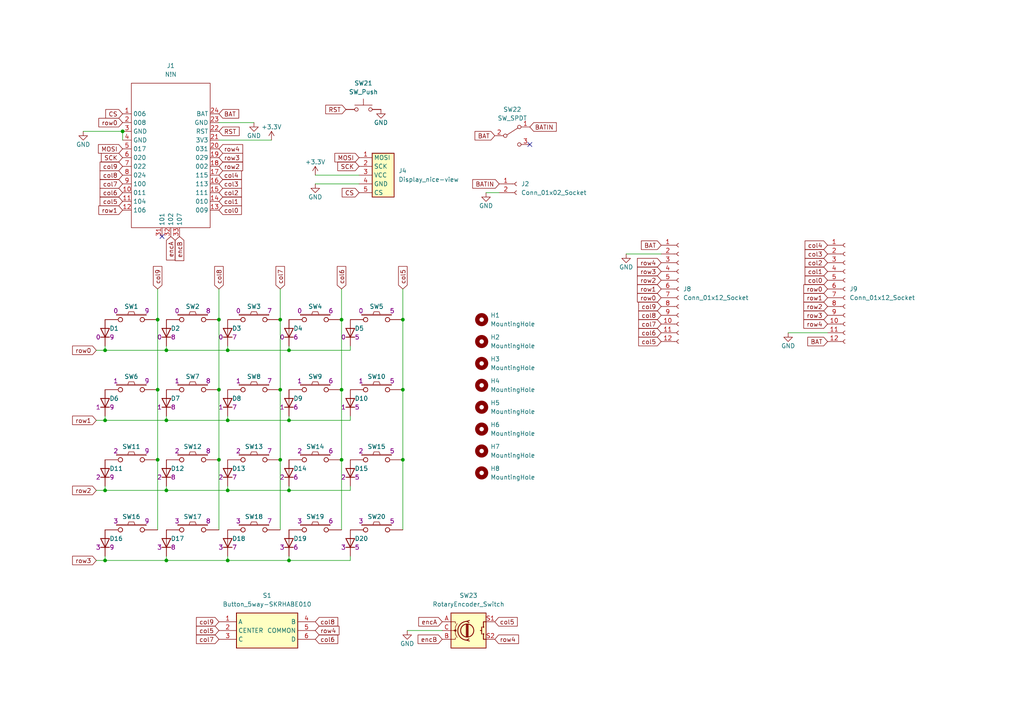
<source format=kicad_sch>
(kicad_sch (version 20230121) (generator eeschema)

  (uuid ebd24df5-909b-47ae-ba78-ebcdd375bb76)

  (paper "A4")

  (lib_symbols
    (symbol "Connector:Conn_01x02_Socket" (pin_names (offset 1.016) hide) (in_bom yes) (on_board yes)
      (property "Reference" "J" (at 0 2.54 0)
        (effects (font (size 1.27 1.27)))
      )
      (property "Value" "Conn_01x02_Socket" (at 0 -5.08 0)
        (effects (font (size 1.27 1.27)))
      )
      (property "Footprint" "" (at 0 0 0)
        (effects (font (size 1.27 1.27)) hide)
      )
      (property "Datasheet" "~" (at 0 0 0)
        (effects (font (size 1.27 1.27)) hide)
      )
      (property "ki_locked" "" (at 0 0 0)
        (effects (font (size 1.27 1.27)))
      )
      (property "ki_keywords" "connector" (at 0 0 0)
        (effects (font (size 1.27 1.27)) hide)
      )
      (property "ki_description" "Generic connector, single row, 01x02, script generated" (at 0 0 0)
        (effects (font (size 1.27 1.27)) hide)
      )
      (property "ki_fp_filters" "Connector*:*_1x??_*" (at 0 0 0)
        (effects (font (size 1.27 1.27)) hide)
      )
      (symbol "Conn_01x02_Socket_1_1"
        (arc (start 0 -2.032) (mid -0.5058 -2.54) (end 0 -3.048)
          (stroke (width 0.1524) (type default))
          (fill (type none))
        )
        (polyline
          (pts
            (xy -1.27 -2.54)
            (xy -0.508 -2.54)
          )
          (stroke (width 0.1524) (type default))
          (fill (type none))
        )
        (polyline
          (pts
            (xy -1.27 0)
            (xy -0.508 0)
          )
          (stroke (width 0.1524) (type default))
          (fill (type none))
        )
        (arc (start 0 0.508) (mid -0.5058 0) (end 0 -0.508)
          (stroke (width 0.1524) (type default))
          (fill (type none))
        )
        (pin passive line (at -5.08 0 0) (length 3.81)
          (name "Pin_1" (effects (font (size 1.27 1.27))))
          (number "1" (effects (font (size 1.27 1.27))))
        )
        (pin passive line (at -5.08 -2.54 0) (length 3.81)
          (name "Pin_2" (effects (font (size 1.27 1.27))))
          (number "2" (effects (font (size 1.27 1.27))))
        )
      )
    )
    (symbol "Connector:Conn_01x12_Socket" (pin_names (offset 1.016) hide) (in_bom yes) (on_board yes)
      (property "Reference" "J" (at 0 15.24 0)
        (effects (font (size 1.27 1.27)))
      )
      (property "Value" "Conn_01x12_Socket" (at 0 -17.78 0)
        (effects (font (size 1.27 1.27)))
      )
      (property "Footprint" "" (at 0 0 0)
        (effects (font (size 1.27 1.27)) hide)
      )
      (property "Datasheet" "~" (at 0 0 0)
        (effects (font (size 1.27 1.27)) hide)
      )
      (property "ki_locked" "" (at 0 0 0)
        (effects (font (size 1.27 1.27)))
      )
      (property "ki_keywords" "connector" (at 0 0 0)
        (effects (font (size 1.27 1.27)) hide)
      )
      (property "ki_description" "Generic connector, single row, 01x12, script generated" (at 0 0 0)
        (effects (font (size 1.27 1.27)) hide)
      )
      (property "ki_fp_filters" "Connector*:*_1x??_*" (at 0 0 0)
        (effects (font (size 1.27 1.27)) hide)
      )
      (symbol "Conn_01x12_Socket_1_1"
        (arc (start 0 -14.732) (mid -0.5058 -15.24) (end 0 -15.748)
          (stroke (width 0.1524) (type default))
          (fill (type none))
        )
        (arc (start 0 -12.192) (mid -0.5058 -12.7) (end 0 -13.208)
          (stroke (width 0.1524) (type default))
          (fill (type none))
        )
        (arc (start 0 -9.652) (mid -0.5058 -10.16) (end 0 -10.668)
          (stroke (width 0.1524) (type default))
          (fill (type none))
        )
        (arc (start 0 -7.112) (mid -0.5058 -7.62) (end 0 -8.128)
          (stroke (width 0.1524) (type default))
          (fill (type none))
        )
        (arc (start 0 -4.572) (mid -0.5058 -5.08) (end 0 -5.588)
          (stroke (width 0.1524) (type default))
          (fill (type none))
        )
        (arc (start 0 -2.032) (mid -0.5058 -2.54) (end 0 -3.048)
          (stroke (width 0.1524) (type default))
          (fill (type none))
        )
        (polyline
          (pts
            (xy -1.27 -15.24)
            (xy -0.508 -15.24)
          )
          (stroke (width 0.1524) (type default))
          (fill (type none))
        )
        (polyline
          (pts
            (xy -1.27 -12.7)
            (xy -0.508 -12.7)
          )
          (stroke (width 0.1524) (type default))
          (fill (type none))
        )
        (polyline
          (pts
            (xy -1.27 -10.16)
            (xy -0.508 -10.16)
          )
          (stroke (width 0.1524) (type default))
          (fill (type none))
        )
        (polyline
          (pts
            (xy -1.27 -7.62)
            (xy -0.508 -7.62)
          )
          (stroke (width 0.1524) (type default))
          (fill (type none))
        )
        (polyline
          (pts
            (xy -1.27 -5.08)
            (xy -0.508 -5.08)
          )
          (stroke (width 0.1524) (type default))
          (fill (type none))
        )
        (polyline
          (pts
            (xy -1.27 -2.54)
            (xy -0.508 -2.54)
          )
          (stroke (width 0.1524) (type default))
          (fill (type none))
        )
        (polyline
          (pts
            (xy -1.27 0)
            (xy -0.508 0)
          )
          (stroke (width 0.1524) (type default))
          (fill (type none))
        )
        (polyline
          (pts
            (xy -1.27 2.54)
            (xy -0.508 2.54)
          )
          (stroke (width 0.1524) (type default))
          (fill (type none))
        )
        (polyline
          (pts
            (xy -1.27 5.08)
            (xy -0.508 5.08)
          )
          (stroke (width 0.1524) (type default))
          (fill (type none))
        )
        (polyline
          (pts
            (xy -1.27 7.62)
            (xy -0.508 7.62)
          )
          (stroke (width 0.1524) (type default))
          (fill (type none))
        )
        (polyline
          (pts
            (xy -1.27 10.16)
            (xy -0.508 10.16)
          )
          (stroke (width 0.1524) (type default))
          (fill (type none))
        )
        (polyline
          (pts
            (xy -1.27 12.7)
            (xy -0.508 12.7)
          )
          (stroke (width 0.1524) (type default))
          (fill (type none))
        )
        (arc (start 0 0.508) (mid -0.5058 0) (end 0 -0.508)
          (stroke (width 0.1524) (type default))
          (fill (type none))
        )
        (arc (start 0 3.048) (mid -0.5058 2.54) (end 0 2.032)
          (stroke (width 0.1524) (type default))
          (fill (type none))
        )
        (arc (start 0 5.588) (mid -0.5058 5.08) (end 0 4.572)
          (stroke (width 0.1524) (type default))
          (fill (type none))
        )
        (arc (start 0 8.128) (mid -0.5058 7.62) (end 0 7.112)
          (stroke (width 0.1524) (type default))
          (fill (type none))
        )
        (arc (start 0 10.668) (mid -0.5058 10.16) (end 0 9.652)
          (stroke (width 0.1524) (type default))
          (fill (type none))
        )
        (arc (start 0 13.208) (mid -0.5058 12.7) (end 0 12.192)
          (stroke (width 0.1524) (type default))
          (fill (type none))
        )
        (pin passive line (at -5.08 12.7 0) (length 3.81)
          (name "Pin_1" (effects (font (size 1.27 1.27))))
          (number "1" (effects (font (size 1.27 1.27))))
        )
        (pin passive line (at -5.08 -10.16 0) (length 3.81)
          (name "Pin_10" (effects (font (size 1.27 1.27))))
          (number "10" (effects (font (size 1.27 1.27))))
        )
        (pin passive line (at -5.08 -12.7 0) (length 3.81)
          (name "Pin_11" (effects (font (size 1.27 1.27))))
          (number "11" (effects (font (size 1.27 1.27))))
        )
        (pin passive line (at -5.08 -15.24 0) (length 3.81)
          (name "Pin_12" (effects (font (size 1.27 1.27))))
          (number "12" (effects (font (size 1.27 1.27))))
        )
        (pin passive line (at -5.08 10.16 0) (length 3.81)
          (name "Pin_2" (effects (font (size 1.27 1.27))))
          (number "2" (effects (font (size 1.27 1.27))))
        )
        (pin passive line (at -5.08 7.62 0) (length 3.81)
          (name "Pin_3" (effects (font (size 1.27 1.27))))
          (number "3" (effects (font (size 1.27 1.27))))
        )
        (pin passive line (at -5.08 5.08 0) (length 3.81)
          (name "Pin_4" (effects (font (size 1.27 1.27))))
          (number "4" (effects (font (size 1.27 1.27))))
        )
        (pin passive line (at -5.08 2.54 0) (length 3.81)
          (name "Pin_5" (effects (font (size 1.27 1.27))))
          (number "5" (effects (font (size 1.27 1.27))))
        )
        (pin passive line (at -5.08 0 0) (length 3.81)
          (name "Pin_6" (effects (font (size 1.27 1.27))))
          (number "6" (effects (font (size 1.27 1.27))))
        )
        (pin passive line (at -5.08 -2.54 0) (length 3.81)
          (name "Pin_7" (effects (font (size 1.27 1.27))))
          (number "7" (effects (font (size 1.27 1.27))))
        )
        (pin passive line (at -5.08 -5.08 0) (length 3.81)
          (name "Pin_8" (effects (font (size 1.27 1.27))))
          (number "8" (effects (font (size 1.27 1.27))))
        )
        (pin passive line (at -5.08 -7.62 0) (length 3.81)
          (name "Pin_9" (effects (font (size 1.27 1.27))))
          (number "9" (effects (font (size 1.27 1.27))))
        )
      )
    )
    (symbol "Device:RotaryEncoder_Switch" (pin_names (offset 0.254) hide) (in_bom yes) (on_board yes)
      (property "Reference" "SW" (at 0 6.604 0)
        (effects (font (size 1.27 1.27)))
      )
      (property "Value" "RotaryEncoder_Switch" (at 0 -6.604 0)
        (effects (font (size 1.27 1.27)))
      )
      (property "Footprint" "" (at -3.81 4.064 0)
        (effects (font (size 1.27 1.27)) hide)
      )
      (property "Datasheet" "~" (at 0 6.604 0)
        (effects (font (size 1.27 1.27)) hide)
      )
      (property "ki_keywords" "rotary switch encoder switch push button" (at 0 0 0)
        (effects (font (size 1.27 1.27)) hide)
      )
      (property "ki_description" "Rotary encoder, dual channel, incremental quadrate outputs, with switch" (at 0 0 0)
        (effects (font (size 1.27 1.27)) hide)
      )
      (property "ki_fp_filters" "RotaryEncoder*Switch*" (at 0 0 0)
        (effects (font (size 1.27 1.27)) hide)
      )
      (symbol "RotaryEncoder_Switch_0_1"
        (rectangle (start -5.08 5.08) (end 5.08 -5.08)
          (stroke (width 0.254) (type default))
          (fill (type background))
        )
        (circle (center -3.81 0) (radius 0.254)
          (stroke (width 0) (type default))
          (fill (type outline))
        )
        (circle (center -0.381 0) (radius 1.905)
          (stroke (width 0.254) (type default))
          (fill (type none))
        )
        (arc (start -0.381 2.667) (mid -3.0988 -0.0635) (end -0.381 -2.794)
          (stroke (width 0.254) (type default))
          (fill (type none))
        )
        (polyline
          (pts
            (xy -0.635 -1.778)
            (xy -0.635 1.778)
          )
          (stroke (width 0.254) (type default))
          (fill (type none))
        )
        (polyline
          (pts
            (xy -0.381 -1.778)
            (xy -0.381 1.778)
          )
          (stroke (width 0.254) (type default))
          (fill (type none))
        )
        (polyline
          (pts
            (xy -0.127 1.778)
            (xy -0.127 -1.778)
          )
          (stroke (width 0.254) (type default))
          (fill (type none))
        )
        (polyline
          (pts
            (xy 3.81 0)
            (xy 3.429 0)
          )
          (stroke (width 0.254) (type default))
          (fill (type none))
        )
        (polyline
          (pts
            (xy 3.81 1.016)
            (xy 3.81 -1.016)
          )
          (stroke (width 0.254) (type default))
          (fill (type none))
        )
        (polyline
          (pts
            (xy -5.08 -2.54)
            (xy -3.81 -2.54)
            (xy -3.81 -2.032)
          )
          (stroke (width 0) (type default))
          (fill (type none))
        )
        (polyline
          (pts
            (xy -5.08 2.54)
            (xy -3.81 2.54)
            (xy -3.81 2.032)
          )
          (stroke (width 0) (type default))
          (fill (type none))
        )
        (polyline
          (pts
            (xy 0.254 -3.048)
            (xy -0.508 -2.794)
            (xy 0.127 -2.413)
          )
          (stroke (width 0.254) (type default))
          (fill (type none))
        )
        (polyline
          (pts
            (xy 0.254 2.921)
            (xy -0.508 2.667)
            (xy 0.127 2.286)
          )
          (stroke (width 0.254) (type default))
          (fill (type none))
        )
        (polyline
          (pts
            (xy 5.08 -2.54)
            (xy 4.318 -2.54)
            (xy 4.318 -1.016)
          )
          (stroke (width 0.254) (type default))
          (fill (type none))
        )
        (polyline
          (pts
            (xy 5.08 2.54)
            (xy 4.318 2.54)
            (xy 4.318 1.016)
          )
          (stroke (width 0.254) (type default))
          (fill (type none))
        )
        (polyline
          (pts
            (xy -5.08 0)
            (xy -3.81 0)
            (xy -3.81 -1.016)
            (xy -3.302 -2.032)
          )
          (stroke (width 0) (type default))
          (fill (type none))
        )
        (polyline
          (pts
            (xy -4.318 0)
            (xy -3.81 0)
            (xy -3.81 1.016)
            (xy -3.302 2.032)
          )
          (stroke (width 0) (type default))
          (fill (type none))
        )
        (circle (center 4.318 -1.016) (radius 0.127)
          (stroke (width 0.254) (type default))
          (fill (type none))
        )
        (circle (center 4.318 1.016) (radius 0.127)
          (stroke (width 0.254) (type default))
          (fill (type none))
        )
      )
      (symbol "RotaryEncoder_Switch_1_1"
        (pin passive line (at -7.62 2.54 0) (length 2.54)
          (name "A" (effects (font (size 1.27 1.27))))
          (number "A" (effects (font (size 1.27 1.27))))
        )
        (pin passive line (at -7.62 -2.54 0) (length 2.54)
          (name "B" (effects (font (size 1.27 1.27))))
          (number "B" (effects (font (size 1.27 1.27))))
        )
        (pin passive line (at -7.62 0 0) (length 2.54)
          (name "C" (effects (font (size 1.27 1.27))))
          (number "C" (effects (font (size 1.27 1.27))))
        )
        (pin passive line (at 7.62 2.54 180) (length 2.54)
          (name "S1" (effects (font (size 1.27 1.27))))
          (number "S1" (effects (font (size 1.27 1.27))))
        )
        (pin passive line (at 7.62 -2.54 180) (length 2.54)
          (name "S2" (effects (font (size 1.27 1.27))))
          (number "S2" (effects (font (size 1.27 1.27))))
        )
      )
    )
    (symbol "Mechanical:MountingHole" (pin_names (offset 1.016)) (in_bom yes) (on_board yes)
      (property "Reference" "H" (at 0 5.08 0)
        (effects (font (size 1.27 1.27)))
      )
      (property "Value" "MountingHole" (at 0 3.175 0)
        (effects (font (size 1.27 1.27)))
      )
      (property "Footprint" "" (at 0 0 0)
        (effects (font (size 1.27 1.27)) hide)
      )
      (property "Datasheet" "~" (at 0 0 0)
        (effects (font (size 1.27 1.27)) hide)
      )
      (property "ki_keywords" "mounting hole" (at 0 0 0)
        (effects (font (size 1.27 1.27)) hide)
      )
      (property "ki_description" "Mounting Hole without connection" (at 0 0 0)
        (effects (font (size 1.27 1.27)) hide)
      )
      (property "ki_fp_filters" "MountingHole*" (at 0 0 0)
        (effects (font (size 1.27 1.27)) hide)
      )
      (symbol "MountingHole_0_1"
        (circle (center 0 0) (radius 1.27)
          (stroke (width 1.27) (type default))
          (fill (type none))
        )
      )
    )
    (symbol "Switch:SW_Push" (pin_numbers hide) (pin_names (offset 1.016) hide) (in_bom yes) (on_board yes)
      (property "Reference" "SW" (at 1.27 2.54 0)
        (effects (font (size 1.27 1.27)) (justify left))
      )
      (property "Value" "SW_Push" (at 0 -1.524 0)
        (effects (font (size 1.27 1.27)))
      )
      (property "Footprint" "" (at 0 5.08 0)
        (effects (font (size 1.27 1.27)) hide)
      )
      (property "Datasheet" "~" (at 0 5.08 0)
        (effects (font (size 1.27 1.27)) hide)
      )
      (property "ki_keywords" "switch normally-open pushbutton push-button" (at 0 0 0)
        (effects (font (size 1.27 1.27)) hide)
      )
      (property "ki_description" "Push button switch, generic, two pins" (at 0 0 0)
        (effects (font (size 1.27 1.27)) hide)
      )
      (symbol "SW_Push_0_1"
        (circle (center -2.032 0) (radius 0.508)
          (stroke (width 0) (type default))
          (fill (type none))
        )
        (polyline
          (pts
            (xy 0 1.27)
            (xy 0 3.048)
          )
          (stroke (width 0) (type default))
          (fill (type none))
        )
        (polyline
          (pts
            (xy 2.54 1.27)
            (xy -2.54 1.27)
          )
          (stroke (width 0) (type default))
          (fill (type none))
        )
        (circle (center 2.032 0) (radius 0.508)
          (stroke (width 0) (type default))
          (fill (type none))
        )
        (pin passive line (at -5.08 0 0) (length 2.54)
          (name "1" (effects (font (size 1.27 1.27))))
          (number "1" (effects (font (size 1.27 1.27))))
        )
        (pin passive line (at 5.08 0 180) (length 2.54)
          (name "2" (effects (font (size 1.27 1.27))))
          (number "2" (effects (font (size 1.27 1.27))))
        )
      )
    )
    (symbol "Switch:SW_SPDT" (pin_names (offset 0) hide) (in_bom yes) (on_board yes)
      (property "Reference" "SW" (at 0 4.318 0)
        (effects (font (size 1.27 1.27)))
      )
      (property "Value" "SW_SPDT" (at 0 -5.08 0)
        (effects (font (size 1.27 1.27)))
      )
      (property "Footprint" "" (at 0 0 0)
        (effects (font (size 1.27 1.27)) hide)
      )
      (property "Datasheet" "~" (at 0 0 0)
        (effects (font (size 1.27 1.27)) hide)
      )
      (property "ki_keywords" "switch single-pole double-throw spdt ON-ON" (at 0 0 0)
        (effects (font (size 1.27 1.27)) hide)
      )
      (property "ki_description" "Switch, single pole double throw" (at 0 0 0)
        (effects (font (size 1.27 1.27)) hide)
      )
      (symbol "SW_SPDT_0_0"
        (circle (center -2.032 0) (radius 0.508)
          (stroke (width 0) (type default))
          (fill (type none))
        )
        (circle (center 2.032 -2.54) (radius 0.508)
          (stroke (width 0) (type default))
          (fill (type none))
        )
      )
      (symbol "SW_SPDT_0_1"
        (polyline
          (pts
            (xy -1.524 0.254)
            (xy 1.651 2.286)
          )
          (stroke (width 0) (type default))
          (fill (type none))
        )
        (circle (center 2.032 2.54) (radius 0.508)
          (stroke (width 0) (type default))
          (fill (type none))
        )
      )
      (symbol "SW_SPDT_1_1"
        (pin passive line (at 5.08 2.54 180) (length 2.54)
          (name "A" (effects (font (size 1.27 1.27))))
          (number "1" (effects (font (size 1.27 1.27))))
        )
        (pin passive line (at -5.08 0 0) (length 2.54)
          (name "B" (effects (font (size 1.27 1.27))))
          (number "2" (effects (font (size 1.27 1.27))))
        )
        (pin passive line (at 5.08 -2.54 180) (length 2.54)
          (name "C" (effects (font (size 1.27 1.27))))
          (number "3" (effects (font (size 1.27 1.27))))
        )
      )
    )
    (symbol "power:+3.3V" (power) (pin_names (offset 0)) (in_bom yes) (on_board yes)
      (property "Reference" "#PWR" (at 0 -3.81 0)
        (effects (font (size 1.27 1.27)) hide)
      )
      (property "Value" "+3.3V" (at 0 3.556 0)
        (effects (font (size 1.27 1.27)))
      )
      (property "Footprint" "" (at 0 0 0)
        (effects (font (size 1.27 1.27)) hide)
      )
      (property "Datasheet" "" (at 0 0 0)
        (effects (font (size 1.27 1.27)) hide)
      )
      (property "ki_keywords" "global power" (at 0 0 0)
        (effects (font (size 1.27 1.27)) hide)
      )
      (property "ki_description" "Power symbol creates a global label with name \"+3.3V\"" (at 0 0 0)
        (effects (font (size 1.27 1.27)) hide)
      )
      (symbol "+3.3V_0_1"
        (polyline
          (pts
            (xy -0.762 1.27)
            (xy 0 2.54)
          )
          (stroke (width 0) (type default))
          (fill (type none))
        )
        (polyline
          (pts
            (xy 0 0)
            (xy 0 2.54)
          )
          (stroke (width 0) (type default))
          (fill (type none))
        )
        (polyline
          (pts
            (xy 0 2.54)
            (xy 0.762 1.27)
          )
          (stroke (width 0) (type default))
          (fill (type none))
        )
      )
      (symbol "+3.3V_1_1"
        (pin power_in line (at 0 0 90) (length 0) hide
          (name "+3.3V" (effects (font (size 1.27 1.27))))
          (number "1" (effects (font (size 1.27 1.27))))
        )
      )
    )
    (symbol "power:GND" (power) (pin_names (offset 0)) (in_bom yes) (on_board yes)
      (property "Reference" "#PWR" (at 0 -6.35 0)
        (effects (font (size 1.27 1.27)) hide)
      )
      (property "Value" "GND" (at 0 -3.81 0)
        (effects (font (size 1.27 1.27)))
      )
      (property "Footprint" "" (at 0 0 0)
        (effects (font (size 1.27 1.27)) hide)
      )
      (property "Datasheet" "" (at 0 0 0)
        (effects (font (size 1.27 1.27)) hide)
      )
      (property "ki_keywords" "global power" (at 0 0 0)
        (effects (font (size 1.27 1.27)) hide)
      )
      (property "ki_description" "Power symbol creates a global label with name \"GND\" , ground" (at 0 0 0)
        (effects (font (size 1.27 1.27)) hide)
      )
      (symbol "GND_0_1"
        (polyline
          (pts
            (xy 0 0)
            (xy 0 -1.27)
            (xy 1.27 -1.27)
            (xy 0 -2.54)
            (xy -1.27 -1.27)
            (xy 0 -1.27)
          )
          (stroke (width 0) (type default))
          (fill (type none))
        )
      )
      (symbol "GND_1_1"
        (pin power_in line (at 0 0 270) (length 0) hide
          (name "GND" (effects (font (size 1.27 1.27))))
          (number "1" (effects (font (size 1.27 1.27))))
        )
      )
    )
    (symbol "zzkeeb:Button_5way-SKRHABE010" (in_bom yes) (on_board yes)
      (property "Reference" "S" (at 0 8.89 0)
        (effects (font (size 1.27 1.27)))
      )
      (property "Value" "Button_5way-SKRHABE010" (at 0 6.35 0)
        (effects (font (size 1.27 1.27)))
      )
      (property "Footprint" "zzkeeb:Button_5way-SKRHABE010" (at 31.75 -89.84 0)
        (effects (font (size 1.27 1.27)) (justify left top) hide)
      )
      (property "Datasheet" "" (at 31.75 -189.84 0)
        (effects (font (size 1.27 1.27)) (justify left top) hide)
      )
      (property "Height" "5" (at 31.75 -389.84 0)
        (effects (font (size 1.27 1.27)) (justify left top) hide)
      )
      (property "Mouser Part Number" "688-SKRHAB" (at 31.75 -489.84 0)
        (effects (font (size 1.27 1.27)) (justify left top) hide)
      )
      (property "Mouser Price/Stock" "https://www.mouser.co.uk/ProductDetail/Alps-Alpine/SKRHABE010?qs=seHrhfPpLDxEOwRqoDvYHw%3D%3D" (at 31.75 -589.84 0)
        (effects (font (size 1.27 1.27)) (justify left top) hide)
      )
      (property "Manufacturer_Name" "ALPS Electric" (at 31.75 -689.84 0)
        (effects (font (size 1.27 1.27)) (justify left top) hide)
      )
      (property "Manufacturer_Part_Number" "SKRHABE010" (at 31.75 -789.84 0)
        (effects (font (size 1.27 1.27)) (justify left top) hide)
      )
      (property "ki_description" "Multi-Directional Switches 4-directn cntr push W/boss 200K Cycles" (at 0 0 0)
        (effects (font (size 1.27 1.27)) hide)
      )
      (symbol "Button_5way-SKRHABE010_1_1"
        (rectangle (start -8.89 5.08) (end 8.89 -5.08)
          (stroke (width 0.254) (type default))
          (fill (type background))
        )
        (pin passive line (at -13.97 2.54 0) (length 5.08)
          (name "A" (effects (font (size 1.27 1.27))))
          (number "1" (effects (font (size 1.27 1.27))))
        )
        (pin passive line (at -13.97 0 0) (length 5.08)
          (name "CENTER" (effects (font (size 1.27 1.27))))
          (number "2" (effects (font (size 1.27 1.27))))
        )
        (pin passive line (at -13.97 -2.54 0) (length 5.08)
          (name "C" (effects (font (size 1.27 1.27))))
          (number "3" (effects (font (size 1.27 1.27))))
        )
        (pin passive line (at 13.97 2.54 180) (length 5.08)
          (name "B" (effects (font (size 1.27 1.27))))
          (number "4" (effects (font (size 1.27 1.27))))
        )
        (pin passive line (at 13.97 0 180) (length 5.08)
          (name "COMMON" (effects (font (size 1.27 1.27))))
          (number "5" (effects (font (size 1.27 1.27))))
        )
        (pin passive line (at 13.97 -2.54 180) (length 5.08)
          (name "D" (effects (font (size 1.27 1.27))))
          (number "6" (effects (font (size 1.27 1.27))))
        )
      )
    )
    (symbol "zzkeeb:Diode" (pin_numbers hide) (pin_names (offset 1.016) hide) (in_bom yes) (on_board yes)
      (property "Reference" "D" (at 1.27 1.27 0) (do_not_autoplace)
        (effects (font (size 1.27 1.27)) (justify left))
      )
      (property "Value" "Diode" (at -1.27 1.27 0) (do_not_autoplace)
        (effects (font (size 1.27 1.27)) (justify right) hide)
      )
      (property "Footprint" "" (at 0 0 90)
        (effects (font (size 1.27 1.27)) hide)
      )
      (property "Datasheet" "~" (at 8.89 -1.27 90)
        (effects (font (size 1.27 1.27)) hide)
      )
      (property "Sim.Device" "D" (at 8.89 0 90)
        (effects (font (size 1.27 1.27)) hide)
      )
      (property "Sim.Pins" "1=K 2=A" (at 6.35 -1.27 90)
        (effects (font (size 1.27 1.27)) hide)
      )
      (property "row" "0" (at -1.27 -1.27 0) (do_not_autoplace)
        (effects (font (size 1.27 1.27)) (justify right))
      )
      (property "col" "0" (at 1.27 -1.27 0) (do_not_autoplace)
        (effects (font (size 1.27 1.27)) (justify left))
      )
      (property "ki_keywords" "diode" (at 0 0 0)
        (effects (font (size 1.27 1.27)) hide)
      )
      (property "ki_description" "Diode" (at 0 0 0)
        (effects (font (size 1.27 1.27)) hide)
      )
      (property "ki_fp_filters" "TO-???* *_Diode_* *SingleDiode* D_*" (at 0 0 0)
        (effects (font (size 1.27 1.27)) hide)
      )
      (symbol "Diode_0_1"
        (polyline
          (pts
            (xy -1.27 -1.27)
            (xy 1.27 -1.27)
          )
          (stroke (width 0.254) (type default))
          (fill (type none))
        )
        (polyline
          (pts
            (xy 0 1.27)
            (xy 0 -1.27)
          )
          (stroke (width 0) (type default))
          (fill (type none))
        )
        (polyline
          (pts
            (xy -1.27 1.27)
            (xy 1.27 1.27)
            (xy 0 -1.27)
            (xy -1.27 1.27)
          )
          (stroke (width 0.254) (type default))
          (fill (type none))
        )
      )
      (symbol "Diode_1_1"
        (pin passive line (at 0 -3.81 90) (length 2.54)
          (name "K" (effects (font (size 1.27 1.27))))
          (number "1" (effects (font (size 1.27 1.27))))
        )
        (pin passive line (at 0 3.81 270) (length 2.54)
          (name "A" (effects (font (size 1.27 1.27))))
          (number "2" (effects (font (size 1.27 1.27))))
        )
      )
    )
    (symbol "zzkeeb:Display_nice-view" (in_bom yes) (on_board yes)
      (property "Reference" "J" (at 0 11.43 0)
        (effects (font (size 1.27 1.27)))
      )
      (property "Value" "Display_nice-view" (at 0 8.89 0)
        (effects (font (size 1.27 1.27)))
      )
      (property "Footprint" "" (at -22.86 -2.54 0)
        (effects (font (size 1.27 1.27)) hide)
      )
      (property "Datasheet" "" (at -22.86 -2.54 0)
        (effects (font (size 1.27 1.27)) hide)
      )
      (symbol "Display_nice-view_1_1"
        (rectangle (start -2.54 6.35) (end 3.81 -6.35)
          (stroke (width 0.254) (type default))
          (fill (type background))
        )
        (pin input line (at -6.35 5.08 0) (length 3.81)
          (name "MOSI" (effects (font (size 1.27 1.27))))
          (number "1" (effects (font (size 1.27 1.27))))
        )
        (pin input line (at -6.35 2.54 0) (length 3.81)
          (name "SCK" (effects (font (size 1.27 1.27))))
          (number "2" (effects (font (size 1.27 1.27))))
        )
        (pin power_in line (at -6.35 0 0) (length 3.81)
          (name "VCC" (effects (font (size 1.27 1.27))))
          (number "3" (effects (font (size 1.27 1.27))))
        )
        (pin power_out line (at -6.35 -2.54 0) (length 3.81)
          (name "GND" (effects (font (size 1.27 1.27))))
          (number "4" (effects (font (size 1.27 1.27))))
        )
        (pin input line (at -6.35 -5.08 0) (length 3.81)
          (name "CS" (effects (font (size 1.27 1.27))))
          (number "5" (effects (font (size 1.27 1.27))))
        )
      )
    )
    (symbol "zzkeeb:MCU_nice-nano" (in_bom yes) (on_board yes)
      (property "Reference" "J?" (at -1.27 0 0)
        (effects (font (size 1.27 1.27)) (justify left))
      )
      (property "Value" "N!N" (at -1.27 -2.54 0)
        (effects (font (size 1.27 1.27)) (justify left))
      )
      (property "Footprint" "" (at 0 -2.54 0)
        (effects (font (size 1.27 1.27)) hide)
      )
      (property "Datasheet" "" (at 0 -2.54 0)
        (effects (font (size 1.27 1.27)) hide)
      )
      (symbol "MCU_nice-nano_0_1"
        (rectangle (start -11.43 21.59) (end 11.43 -20.32)
          (stroke (width 0.1524) (type default))
          (fill (type none))
        )
      )
      (symbol "MCU_nice-nano_1_1"
        (pin bidirectional line (at -13.97 12.7 0) (length 2.54)
          (name "006" (effects (font (size 1.27 1.27))))
          (number "1" (effects (font (size 1.27 1.27))))
        )
        (pin bidirectional line (at -13.97 -10.16 0) (length 2.54)
          (name "011" (effects (font (size 1.27 1.27))))
          (number "10" (effects (font (size 1.27 1.27))))
        )
        (pin bidirectional line (at -13.97 -12.7 0) (length 2.54)
          (name "104" (effects (font (size 1.27 1.27))))
          (number "11" (effects (font (size 1.27 1.27))))
        )
        (pin bidirectional line (at -13.97 -15.24 0) (length 2.54)
          (name "106" (effects (font (size 1.27 1.27))))
          (number "12" (effects (font (size 1.27 1.27))))
        )
        (pin bidirectional line (at 13.97 -15.24 180) (length 2.54)
          (name "009" (effects (font (size 1.27 1.27))))
          (number "13" (effects (font (size 1.27 1.27))))
        )
        (pin bidirectional line (at 13.97 -12.7 180) (length 2.54)
          (name "010" (effects (font (size 1.27 1.27))))
          (number "14" (effects (font (size 1.27 1.27))))
        )
        (pin bidirectional line (at 13.97 -10.16 180) (length 2.54)
          (name "111" (effects (font (size 1.27 1.27))))
          (number "15" (effects (font (size 1.27 1.27))))
        )
        (pin bidirectional line (at 13.97 -7.62 180) (length 2.54)
          (name "113" (effects (font (size 1.27 1.27))))
          (number "16" (effects (font (size 1.27 1.27))))
        )
        (pin bidirectional line (at 13.97 -5.08 180) (length 2.54)
          (name "115" (effects (font (size 1.27 1.27))))
          (number "17" (effects (font (size 1.27 1.27))))
        )
        (pin bidirectional line (at 13.97 -2.54 180) (length 2.54)
          (name "002" (effects (font (size 1.27 1.27))))
          (number "18" (effects (font (size 1.27 1.27))))
        )
        (pin bidirectional line (at 13.97 0 180) (length 2.54)
          (name "029" (effects (font (size 1.27 1.27))))
          (number "19" (effects (font (size 1.27 1.27))))
        )
        (pin bidirectional line (at -13.97 10.16 0) (length 2.54)
          (name "008" (effects (font (size 1.27 1.27))))
          (number "2" (effects (font (size 1.27 1.27))))
        )
        (pin bidirectional line (at 13.97 2.54 180) (length 2.54)
          (name "031" (effects (font (size 1.27 1.27))))
          (number "20" (effects (font (size 1.27 1.27))))
        )
        (pin power_in line (at 13.97 5.08 180) (length 2.54)
          (name "3V3" (effects (font (size 1.27 1.27))))
          (number "21" (effects (font (size 1.27 1.27))))
        )
        (pin bidirectional line (at 13.97 7.62 180) (length 2.54)
          (name "RST" (effects (font (size 1.27 1.27))))
          (number "22" (effects (font (size 1.27 1.27))))
        )
        (pin power_in line (at 13.97 10.16 180) (length 2.54)
          (name "GND" (effects (font (size 1.27 1.27))))
          (number "23" (effects (font (size 1.27 1.27))))
        )
        (pin power_in line (at 13.97 12.7 180) (length 2.54)
          (name "BAT" (effects (font (size 1.27 1.27))))
          (number "24" (effects (font (size 1.27 1.27))))
        )
        (pin power_in line (at -13.97 7.62 0) (length 2.54)
          (name "GND" (effects (font (size 1.27 1.27))))
          (number "3" (effects (font (size 1.27 1.27))))
        )
        (pin bidirectional line (at -2.54 -22.86 90) (length 2.54)
          (name "101" (effects (font (size 1.27 1.27))))
          (number "31" (effects (font (size 1.27 1.27))))
        )
        (pin bidirectional line (at 0 -22.86 90) (length 2.54)
          (name "102" (effects (font (size 1.27 1.27))))
          (number "32" (effects (font (size 1.27 1.27))))
        )
        (pin bidirectional line (at 2.54 -22.86 90) (length 2.54)
          (name "107" (effects (font (size 1.27 1.27))))
          (number "33" (effects (font (size 1.27 1.27))))
        )
        (pin power_in line (at -13.97 5.08 0) (length 2.54)
          (name "GND" (effects (font (size 1.27 1.27))))
          (number "4" (effects (font (size 1.27 1.27))))
        )
        (pin bidirectional line (at -13.97 2.54 0) (length 2.54)
          (name "017" (effects (font (size 1.27 1.27))))
          (number "5" (effects (font (size 1.27 1.27))))
        )
        (pin bidirectional line (at -13.97 0 0) (length 2.54)
          (name "020" (effects (font (size 1.27 1.27))))
          (number "6" (effects (font (size 1.27 1.27))))
        )
        (pin bidirectional line (at -13.97 -2.54 0) (length 2.54)
          (name "022" (effects (font (size 1.27 1.27))))
          (number "7" (effects (font (size 1.27 1.27))))
        )
        (pin bidirectional line (at -13.97 -5.08 0) (length 2.54)
          (name "024" (effects (font (size 1.27 1.27))))
          (number "8" (effects (font (size 1.27 1.27))))
        )
        (pin bidirectional line (at -13.97 -7.62 0) (length 2.54)
          (name "100" (effects (font (size 1.27 1.27))))
          (number "9" (effects (font (size 1.27 1.27))))
        )
      )
    )
    (symbol "zzkeeb:Switch" (pin_numbers hide) (pin_names (offset 1.016) hide) (in_bom yes) (on_board yes)
      (property "Reference" "SW" (at 0 3.81 0) (do_not_autoplace)
        (effects (font (size 1.27 1.27)))
      )
      (property "Value" "Switch" (at 0 -1.27 0) (do_not_autoplace)
        (effects (font (size 1.27 1.27)) hide)
      )
      (property "Footprint" "" (at 0 0 0)
        (effects (font (size 1.27 1.27)) hide)
      )
      (property "Datasheet" "" (at 0 0 0)
        (effects (font (size 1.27 1.27)) hide)
      )
      (property "row" "0" (at -3.81 2.54 0) (do_not_autoplace)
        (effects (font (size 1.27 1.27)) (justify right))
      )
      (property "col" "0" (at 3.81 2.54 0) (do_not_autoplace)
        (effects (font (size 1.27 1.27)) (justify left))
      )
      (symbol "Switch_0_1"
        (rectangle (start -4.318 1.524) (end 4.318 1.27)
          (stroke (width 0) (type default))
          (fill (type none))
        )
        (polyline
          (pts
            (xy -1.016 1.524)
            (xy -0.762 2.286)
            (xy 0.762 2.286)
            (xy 1.016 1.524)
          )
          (stroke (width 0) (type default))
          (fill (type none))
        )
        (pin passive inverted (at -7.62 0 0) (length 5.08)
          (name "1" (effects (font (size 1.27 1.27))))
          (number "1" (effects (font (size 1.27 1.27))))
        )
        (pin passive inverted (at 7.62 0 180) (length 5.08)
          (name "2" (effects (font (size 1.27 1.27))))
          (number "2" (effects (font (size 1.27 1.27))))
        )
      )
    )
  )

  (junction (at 63.5 113.03) (diameter 0) (color 0 0 0 0)
    (uuid 00b7a7d2-39ab-4407-8e73-28d0775085fe)
  )
  (junction (at 83.82 142.24) (diameter 0) (color 0 0 0 0)
    (uuid 0fc94a8d-ed64-41c2-b53e-ffe1b0583daf)
  )
  (junction (at 81.28 133.35) (diameter 0) (color 0 0 0 0)
    (uuid 18175953-975d-4817-b8c8-f2d23c4bc124)
  )
  (junction (at 99.06 133.35) (diameter 0) (color 0 0 0 0)
    (uuid 1b45758c-7457-4cc2-8438-9feeab8168f6)
  )
  (junction (at 45.72 133.35) (diameter 0) (color 0 0 0 0)
    (uuid 1d73ad5a-b16e-4486-818d-225bb38bfad7)
  )
  (junction (at 48.26 142.24) (diameter 0) (color 0 0 0 0)
    (uuid 229367d8-de9c-4c08-998e-4c44be90e9f3)
  )
  (junction (at 83.82 162.56) (diameter 0) (color 0 0 0 0)
    (uuid 30801896-48ca-49ab-9819-c57f909eb3f4)
  )
  (junction (at 116.84 113.03) (diameter 0) (color 0 0 0 0)
    (uuid 33490981-4a1a-41f8-8091-cb3dc6885289)
  )
  (junction (at 63.5 92.71) (diameter 0) (color 0 0 0 0)
    (uuid 3aa788a6-958a-4fe3-bd32-b5aec04b220f)
  )
  (junction (at 66.04 142.24) (diameter 0) (color 0 0 0 0)
    (uuid 3c1d6ae0-ece2-430c-b0dc-5741c74fc761)
  )
  (junction (at 99.06 113.03) (diameter 0) (color 0 0 0 0)
    (uuid 40398631-66d0-44ed-997f-fb1e28c9609a)
  )
  (junction (at 30.48 121.92) (diameter 0) (color 0 0 0 0)
    (uuid 41541a62-153c-4c69-bfa0-6881eabe6917)
  )
  (junction (at 48.26 162.56) (diameter 0) (color 0 0 0 0)
    (uuid 442be93d-2faf-48f2-a0c7-41706f4668e3)
  )
  (junction (at 63.5 133.35) (diameter 0) (color 0 0 0 0)
    (uuid 5f5664bd-b186-4b58-8c0d-39aa7ff37a54)
  )
  (junction (at 48.26 121.92) (diameter 0) (color 0 0 0 0)
    (uuid 61129250-b175-4c31-8f20-de28a7b903cb)
  )
  (junction (at 48.26 101.6) (diameter 0) (color 0 0 0 0)
    (uuid 635ac59c-09eb-4a7a-86a3-2b866941aa80)
  )
  (junction (at 66.04 162.56) (diameter 0) (color 0 0 0 0)
    (uuid 6c463fc8-34ea-44c0-b03e-611cae76c6eb)
  )
  (junction (at 30.48 142.24) (diameter 0) (color 0 0 0 0)
    (uuid 7f7054ef-182c-4f13-9dd8-31f7a79eb9b5)
  )
  (junction (at 81.28 92.71) (diameter 0) (color 0 0 0 0)
    (uuid 9946a835-b683-4a8d-8f29-25db9857a043)
  )
  (junction (at 83.82 101.6) (diameter 0) (color 0 0 0 0)
    (uuid 9d3c810c-aeee-4c3b-84e1-3dcb6d26b035)
  )
  (junction (at 116.84 92.71) (diameter 0) (color 0 0 0 0)
    (uuid 9d5950a5-04ee-40f8-9e32-d2dcca97804c)
  )
  (junction (at 116.84 133.35) (diameter 0) (color 0 0 0 0)
    (uuid a0d08610-1946-4912-b1c0-22b2db581909)
  )
  (junction (at 83.82 121.92) (diameter 0) (color 0 0 0 0)
    (uuid a413e624-1d78-436d-a51b-3ffdbe382240)
  )
  (junction (at 66.04 101.6) (diameter 0) (color 0 0 0 0)
    (uuid d28c33cc-58fd-44f6-bb50-5769255bb93d)
  )
  (junction (at 99.06 92.71) (diameter 0) (color 0 0 0 0)
    (uuid d322d258-6ced-44d2-8528-52a83300f6a5)
  )
  (junction (at 35.56 38.1) (diameter 0) (color 0 0 0 0)
    (uuid df5c9234-6686-45f1-8634-d5f56bc06d21)
  )
  (junction (at 45.72 113.03) (diameter 0) (color 0 0 0 0)
    (uuid df99d4cc-1465-401e-8192-cac2b5d70830)
  )
  (junction (at 81.28 113.03) (diameter 0) (color 0 0 0 0)
    (uuid e2594511-64b6-4a91-a8dc-e5726fcdb277)
  )
  (junction (at 45.72 92.71) (diameter 0) (color 0 0 0 0)
    (uuid e2d51791-ccb1-45d7-9108-d3abae20d8cc)
  )
  (junction (at 30.48 162.56) (diameter 0) (color 0 0 0 0)
    (uuid f27f1d1c-67c6-4b09-8b75-67cb966193d7)
  )
  (junction (at 30.48 101.6) (diameter 0) (color 0 0 0 0)
    (uuid f64d16ef-03f6-4c46-ad6a-828e753ae19c)
  )
  (junction (at 66.04 121.92) (diameter 0) (color 0 0 0 0)
    (uuid ffaa36cb-6dc6-48dc-8b04-fe3fa41a120a)
  )

  (no_connect (at 46.99 68.58) (uuid c7d52f46-3216-4227-a926-70b054b67f4b))
  (no_connect (at 153.67 41.91) (uuid e15a54f9-4592-46cc-85fc-3ea9cf2e2977))

  (wire (pts (xy 81.28 92.71) (xy 81.28 113.03))
    (stroke (width 0) (type default))
    (uuid 00dc7ac2-f00a-49f1-9382-07007454154d)
  )
  (wire (pts (xy 63.5 133.35) (xy 63.5 153.67))
    (stroke (width 0) (type default))
    (uuid 00eea12a-d516-4210-86c8-5a490c3a549a)
  )
  (wire (pts (xy 83.82 162.56) (xy 101.6 162.56))
    (stroke (width 0) (type default))
    (uuid 032b1072-b78b-4404-ad50-0731ca9e03fb)
  )
  (wire (pts (xy 118.11 182.88) (xy 128.27 182.88))
    (stroke (width 0) (type default))
    (uuid 04f285cc-519d-44d7-9786-f0336b79eef3)
  )
  (wire (pts (xy 99.06 83.82) (xy 99.06 92.71))
    (stroke (width 0) (type default))
    (uuid 0967ea0b-e760-4876-b2f4-0a49630b36f9)
  )
  (wire (pts (xy 30.48 140.97) (xy 30.48 142.24))
    (stroke (width 0) (type default))
    (uuid 0a8f3c80-5409-4cbd-82b1-55bfcc022a8c)
  )
  (wire (pts (xy 116.84 133.35) (xy 116.84 153.67))
    (stroke (width 0) (type default))
    (uuid 0c3a4d4e-8dff-4e74-8694-6cc3834cd37c)
  )
  (wire (pts (xy 48.26 162.56) (xy 66.04 162.56))
    (stroke (width 0) (type default))
    (uuid 0c7c83a8-df02-43ba-be42-4996d905e589)
  )
  (wire (pts (xy 66.04 161.29) (xy 66.04 162.56))
    (stroke (width 0) (type default))
    (uuid 18926f7a-5693-4434-b270-ecf141fdfde1)
  )
  (wire (pts (xy 30.48 100.33) (xy 30.48 101.6))
    (stroke (width 0) (type default))
    (uuid 241d6a65-2bf5-4ca4-867c-ac0399d48711)
  )
  (wire (pts (xy 99.06 92.71) (xy 99.06 113.03))
    (stroke (width 0) (type default))
    (uuid 25019615-47f6-4f9e-ae7b-6d87ed97bc2e)
  )
  (wire (pts (xy 24.13 38.1) (xy 35.56 38.1))
    (stroke (width 0) (type default))
    (uuid 28d296ad-14cd-4df5-bcea-8be7fb3d9d04)
  )
  (wire (pts (xy 48.26 101.6) (xy 66.04 101.6))
    (stroke (width 0) (type default))
    (uuid 2c7fc5f1-bcba-4e32-a486-a2d0728e74fd)
  )
  (wire (pts (xy 45.72 133.35) (xy 45.72 153.67))
    (stroke (width 0) (type default))
    (uuid 2f513c17-c69c-4bd9-873c-928fa639f516)
  )
  (wire (pts (xy 83.82 120.65) (xy 83.82 121.92))
    (stroke (width 0) (type default))
    (uuid 2fee6f7b-55f4-4789-9706-17f26d107ce3)
  )
  (wire (pts (xy 30.48 101.6) (xy 48.26 101.6))
    (stroke (width 0) (type default))
    (uuid 3cf9a96e-874b-4487-b065-ea1d1547a9b6)
  )
  (wire (pts (xy 83.82 161.29) (xy 83.82 162.56))
    (stroke (width 0) (type default))
    (uuid 3e3dd622-7edc-4c54-b055-1604837cf351)
  )
  (wire (pts (xy 99.06 113.03) (xy 99.06 133.35))
    (stroke (width 0) (type default))
    (uuid 43f86472-c7f7-4bf0-8413-b21b2cab78ed)
  )
  (wire (pts (xy 48.26 121.92) (xy 66.04 121.92))
    (stroke (width 0) (type default))
    (uuid 4880e34a-e2ed-43e2-b4e6-1880047e2320)
  )
  (wire (pts (xy 66.04 100.33) (xy 66.04 101.6))
    (stroke (width 0) (type default))
    (uuid 505c716b-c87d-4789-a004-4274124dc3a1)
  )
  (wire (pts (xy 30.48 162.56) (xy 48.26 162.56))
    (stroke (width 0) (type default))
    (uuid 53e1996d-2697-482a-a96f-b99466ad02e1)
  )
  (wire (pts (xy 81.28 83.82) (xy 81.28 92.71))
    (stroke (width 0) (type default))
    (uuid 54575e32-df31-4078-bda9-dcbd70b06c6e)
  )
  (wire (pts (xy 63.5 92.71) (xy 63.5 113.03))
    (stroke (width 0) (type default))
    (uuid 54954db5-2937-45a1-9684-7c100a936894)
  )
  (wire (pts (xy 63.5 35.56) (xy 73.66 35.56))
    (stroke (width 0) (type default))
    (uuid 5760e2af-d407-48f6-86e6-eb8231c65b4b)
  )
  (wire (pts (xy 30.48 120.65) (xy 30.48 121.92))
    (stroke (width 0) (type default))
    (uuid 5863ada4-4262-4074-a041-787789772289)
  )
  (wire (pts (xy 63.5 40.64) (xy 78.74 40.64))
    (stroke (width 0) (type default))
    (uuid 58e632d2-77d9-4053-81ab-0afa1acdb1e9)
  )
  (wire (pts (xy 30.48 161.29) (xy 30.48 162.56))
    (stroke (width 0) (type default))
    (uuid 5f1a59e2-42d7-4af4-afa2-0c41627b426c)
  )
  (wire (pts (xy 48.26 161.29) (xy 48.26 162.56))
    (stroke (width 0) (type default))
    (uuid 61c00888-60a5-4382-a978-ca7a271691d4)
  )
  (wire (pts (xy 101.6 100.33) (xy 101.6 101.6))
    (stroke (width 0) (type default))
    (uuid 62d9537d-ccc6-4e5c-8ca2-d0c481ce5650)
  )
  (wire (pts (xy 66.04 142.24) (xy 83.82 142.24))
    (stroke (width 0) (type default))
    (uuid 6cd8e8ce-278d-4242-9f64-261b1a15f5ff)
  )
  (wire (pts (xy 66.04 101.6) (xy 83.82 101.6))
    (stroke (width 0) (type default))
    (uuid 6f08b855-12c0-489f-b2dc-f795799ab9be)
  )
  (wire (pts (xy 66.04 162.56) (xy 83.82 162.56))
    (stroke (width 0) (type default))
    (uuid 73e6f554-0cc1-4ad9-9d48-f319c7ac48a5)
  )
  (wire (pts (xy 30.48 142.24) (xy 48.26 142.24))
    (stroke (width 0) (type default))
    (uuid 7611bf9f-bac5-44b4-989f-eff2541a7ae6)
  )
  (wire (pts (xy 63.5 83.82) (xy 63.5 92.71))
    (stroke (width 0) (type default))
    (uuid 796b1a29-5d9d-42b0-a429-f5a0f31c3a2d)
  )
  (wire (pts (xy 99.06 133.35) (xy 99.06 153.67))
    (stroke (width 0) (type default))
    (uuid 79950bc9-a96d-4302-a179-f1768c432774)
  )
  (wire (pts (xy 45.72 83.82) (xy 45.72 92.71))
    (stroke (width 0) (type default))
    (uuid 7b70faa9-29c3-45eb-8d4d-6a4bbf6248b3)
  )
  (wire (pts (xy 48.26 142.24) (xy 66.04 142.24))
    (stroke (width 0) (type default))
    (uuid 7c038ad6-ef5f-4b91-b850-ca6dc9272324)
  )
  (wire (pts (xy 81.28 113.03) (xy 81.28 133.35))
    (stroke (width 0) (type default))
    (uuid 7e8c7840-d9c1-491a-9cc2-b52f96bafd8c)
  )
  (wire (pts (xy 45.72 92.71) (xy 45.72 113.03))
    (stroke (width 0) (type default))
    (uuid 80aa44aa-e2ae-4379-97f4-985b17ad3964)
  )
  (wire (pts (xy 30.48 121.92) (xy 48.26 121.92))
    (stroke (width 0) (type default))
    (uuid 87849dd3-b44a-40f4-9cbf-649376825ea0)
  )
  (wire (pts (xy 66.04 121.92) (xy 83.82 121.92))
    (stroke (width 0) (type default))
    (uuid 8c32c731-c8b1-4173-9220-e0f5df36f5a1)
  )
  (wire (pts (xy 27.94 142.24) (xy 30.48 142.24))
    (stroke (width 0) (type default))
    (uuid 94e3cafa-cd47-4bd1-aef5-e93ee5fe38da)
  )
  (wire (pts (xy 45.72 113.03) (xy 45.72 133.35))
    (stroke (width 0) (type default))
    (uuid 9968cfd4-0097-431c-b645-421f61b80513)
  )
  (wire (pts (xy 83.82 121.92) (xy 101.6 121.92))
    (stroke (width 0) (type default))
    (uuid a220ba7d-0a8a-4d26-8c47-b6fca9df8076)
  )
  (wire (pts (xy 83.82 101.6) (xy 101.6 101.6))
    (stroke (width 0) (type default))
    (uuid ad66ad46-f412-41f4-8c34-8c5ae04c51c8)
  )
  (wire (pts (xy 116.84 83.82) (xy 116.84 92.71))
    (stroke (width 0) (type default))
    (uuid b1ed4b7a-6d45-4f18-9783-22c0f1e18629)
  )
  (wire (pts (xy 27.94 162.56) (xy 30.48 162.56))
    (stroke (width 0) (type default))
    (uuid b210d3e3-a41a-49f5-aacc-984d75c7c6f7)
  )
  (wire (pts (xy 91.44 53.34) (xy 104.14 53.34))
    (stroke (width 0) (type default))
    (uuid b50fcbb0-9eb1-4bf6-8eba-3a9c91ae8933)
  )
  (wire (pts (xy 116.84 92.71) (xy 116.84 113.03))
    (stroke (width 0) (type default))
    (uuid b6f25a2f-7292-486c-bb01-dec6734d145c)
  )
  (wire (pts (xy 81.28 133.35) (xy 81.28 153.67))
    (stroke (width 0) (type default))
    (uuid b774be26-6670-40ec-bb6f-e4f4e62e6222)
  )
  (wire (pts (xy 116.84 113.03) (xy 116.84 133.35))
    (stroke (width 0) (type default))
    (uuid b99d9879-09de-47e3-9868-a3f4624f2cc6)
  )
  (wire (pts (xy 66.04 140.97) (xy 66.04 142.24))
    (stroke (width 0) (type default))
    (uuid b9cf2bc2-860e-40fc-8b0b-94b81c385f43)
  )
  (wire (pts (xy 48.26 100.33) (xy 48.26 101.6))
    (stroke (width 0) (type default))
    (uuid bd23db49-1310-4c8b-8333-a049f7550a53)
  )
  (wire (pts (xy 83.82 140.97) (xy 83.82 142.24))
    (stroke (width 0) (type default))
    (uuid bf0ede17-2628-401c-a750-00133308c13c)
  )
  (wire (pts (xy 35.56 38.1) (xy 35.56 40.64))
    (stroke (width 0) (type default))
    (uuid c3a5bf70-5206-4d85-84de-1c04af86737f)
  )
  (wire (pts (xy 228.6 96.52) (xy 240.03 96.52))
    (stroke (width 0) (type default))
    (uuid c918a49e-79d9-4d8a-b2db-6bfb461a1eb0)
  )
  (wire (pts (xy 83.82 142.24) (xy 101.6 142.24))
    (stroke (width 0) (type default))
    (uuid d0df931b-4cf8-4502-93a2-ec00caf2e88f)
  )
  (wire (pts (xy 101.6 140.97) (xy 101.6 142.24))
    (stroke (width 0) (type default))
    (uuid d3685c5f-57c1-42e4-88e2-6c11ad2fc158)
  )
  (wire (pts (xy 63.5 113.03) (xy 63.5 133.35))
    (stroke (width 0) (type default))
    (uuid d74b223b-05d9-4fc4-a8a8-0df7a359815e)
  )
  (wire (pts (xy 27.94 121.92) (xy 30.48 121.92))
    (stroke (width 0) (type default))
    (uuid def9d661-f34c-4aae-8f53-33a586813414)
  )
  (wire (pts (xy 181.61 73.66) (xy 191.77 73.66))
    (stroke (width 0) (type default))
    (uuid e06fa5a9-c7ff-4380-9f60-0c118653560b)
  )
  (wire (pts (xy 27.94 101.6) (xy 30.48 101.6))
    (stroke (width 0) (type default))
    (uuid e1a28b01-a20b-42c9-bcb9-ebfa3e3862b5)
  )
  (wire (pts (xy 140.97 55.88) (xy 144.78 55.88))
    (stroke (width 0) (type default))
    (uuid e706b778-7514-408e-9efc-52eaff74940a)
  )
  (wire (pts (xy 101.6 161.29) (xy 101.6 162.56))
    (stroke (width 0) (type default))
    (uuid eb541605-f829-4d66-b3a7-594e69c887dd)
  )
  (wire (pts (xy 66.04 120.65) (xy 66.04 121.92))
    (stroke (width 0) (type default))
    (uuid ecd7121b-a8e5-4b98-b062-26bc999aae45)
  )
  (wire (pts (xy 48.26 140.97) (xy 48.26 142.24))
    (stroke (width 0) (type default))
    (uuid f05b25be-6a3a-48d7-b56c-a74cde03f864)
  )
  (wire (pts (xy 83.82 100.33) (xy 83.82 101.6))
    (stroke (width 0) (type default))
    (uuid f136a7b3-dd26-4b24-a930-4747e96a5dfe)
  )
  (wire (pts (xy 101.6 120.65) (xy 101.6 121.92))
    (stroke (width 0) (type default))
    (uuid f715552d-9836-4b60-ac18-38bccca97af4)
  )
  (wire (pts (xy 91.44 50.8) (xy 104.14 50.8))
    (stroke (width 0) (type default))
    (uuid f98d7d3f-5c20-4d32-a448-aa596c240019)
  )
  (wire (pts (xy 48.26 120.65) (xy 48.26 121.92))
    (stroke (width 0) (type default))
    (uuid f9932437-3350-4f7c-98c2-911b6a8c0b34)
  )

  (global_label "col3" (shape input) (at 63.5 53.34 0) (fields_autoplaced)
    (effects (font (size 1.27 1.27)) (justify left))
    (uuid 0690f0d3-b5ca-4281-bd51-e1d1ba8dba03)
    (property "Intersheetrefs" "${INTERSHEET_REFS}" (at 70.5975 53.34 0)
      (effects (font (size 1.27 1.27)) (justify left) hide)
    )
  )
  (global_label "col7" (shape input) (at 191.77 93.98 180) (fields_autoplaced)
    (effects (font (size 1.27 1.27)) (justify right))
    (uuid 0c310c29-bae4-47ed-89aa-3bec00f3e8f5)
    (property "Intersheetrefs" "${INTERSHEET_REFS}" (at 184.6725 93.98 0)
      (effects (font (size 1.27 1.27)) (justify right) hide)
    )
  )
  (global_label "encB" (shape input) (at 52.07 68.58 270) (fields_autoplaced)
    (effects (font (size 1.27 1.27)) (justify right))
    (uuid 1073a167-07c1-4bfe-9768-a1bb721d3cc5)
    (property "Intersheetrefs" "${INTERSHEET_REFS}" (at 52.07 76.1614 90)
      (effects (font (size 1.27 1.27)) (justify right) hide)
    )
  )
  (global_label "col5" (shape input) (at 35.56 58.42 180) (fields_autoplaced)
    (effects (font (size 1.27 1.27)) (justify right))
    (uuid 1501dc53-a9d3-45ce-aad0-29ac4ff1e7f0)
    (property "Intersheetrefs" "${INTERSHEET_REFS}" (at 28.4625 58.42 0)
      (effects (font (size 1.27 1.27)) (justify right) hide)
    )
  )
  (global_label "col8" (shape input) (at 191.77 91.44 180) (fields_autoplaced)
    (effects (font (size 1.27 1.27)) (justify right))
    (uuid 15849277-8b03-4c2e-9bdd-32a406862199)
    (property "Intersheetrefs" "${INTERSHEET_REFS}" (at 184.6725 91.44 0)
      (effects (font (size 1.27 1.27)) (justify right) hide)
    )
  )
  (global_label "col3" (shape input) (at 240.03 73.66 180) (fields_autoplaced)
    (effects (font (size 1.27 1.27)) (justify right))
    (uuid 18c17685-fac7-4999-8db9-be62b8487999)
    (property "Intersheetrefs" "${INTERSHEET_REFS}" (at 232.9325 73.66 0)
      (effects (font (size 1.27 1.27)) (justify right) hide)
    )
  )
  (global_label "SCK" (shape input) (at 104.14 48.26 180) (fields_autoplaced)
    (effects (font (size 1.27 1.27)) (justify right))
    (uuid 18ecb77d-1c46-4631-a190-dfed62e7b480)
    (property "Intersheetrefs" "${INTERSHEET_REFS}" (at 97.4053 48.26 0)
      (effects (font (size 1.27 1.27)) (justify right) hide)
    )
  )
  (global_label "col6" (shape input) (at 191.77 96.52 180) (fields_autoplaced)
    (effects (font (size 1.27 1.27)) (justify right))
    (uuid 1f749388-e3d9-490b-97a3-2dda8886356a)
    (property "Intersheetrefs" "${INTERSHEET_REFS}" (at 184.6725 96.52 0)
      (effects (font (size 1.27 1.27)) (justify right) hide)
    )
  )
  (global_label "col4" (shape input) (at 240.03 71.12 180) (fields_autoplaced)
    (effects (font (size 1.27 1.27)) (justify right))
    (uuid 20b0c0cd-38f0-42da-bebf-32fef4e58257)
    (property "Intersheetrefs" "${INTERSHEET_REFS}" (at 232.9325 71.12 0)
      (effects (font (size 1.27 1.27)) (justify right) hide)
    )
  )
  (global_label "col0" (shape input) (at 63.5 60.96 0) (fields_autoplaced)
    (effects (font (size 1.27 1.27)) (justify left))
    (uuid 26cbdecc-5e32-4cd8-b411-d873bc2fba49)
    (property "Intersheetrefs" "${INTERSHEET_REFS}" (at 70.5975 60.96 0)
      (effects (font (size 1.27 1.27)) (justify left) hide)
    )
  )
  (global_label "col7" (shape input) (at 81.28 83.82 90) (fields_autoplaced)
    (effects (font (size 1.27 1.27)) (justify left))
    (uuid 28b0d76b-9f36-44c0-876d-dcdb56233af3)
    (property "Intersheetrefs" "${INTERSHEET_REFS}" (at 81.28 76.7225 90)
      (effects (font (size 1.27 1.27)) (justify left) hide)
    )
  )
  (global_label "col6" (shape input) (at 91.44 185.42 0) (fields_autoplaced)
    (effects (font (size 1.27 1.27)) (justify left))
    (uuid 2e1d3046-b928-4362-82bf-50bc6a244674)
    (property "Intersheetrefs" "${INTERSHEET_REFS}" (at 98.5375 185.42 0)
      (effects (font (size 1.27 1.27)) (justify left) hide)
    )
  )
  (global_label "CS" (shape input) (at 35.56 33.02 180) (fields_autoplaced)
    (effects (font (size 1.27 1.27)) (justify right))
    (uuid 2e948075-7a27-4f47-a6cc-5c707bbce353)
    (property "Intersheetrefs" "${INTERSHEET_REFS}" (at 30.0953 33.02 0)
      (effects (font (size 1.27 1.27)) (justify right) hide)
    )
  )
  (global_label "col5" (shape input) (at 63.5 182.88 180) (fields_autoplaced)
    (effects (font (size 1.27 1.27)) (justify right))
    (uuid 2fd81177-5ca7-4416-812e-4e742fe80800)
    (property "Intersheetrefs" "${INTERSHEET_REFS}" (at 56.4025 182.88 0)
      (effects (font (size 1.27 1.27)) (justify right) hide)
    )
  )
  (global_label "MOSI" (shape input) (at 35.56 43.18 180) (fields_autoplaced)
    (effects (font (size 1.27 1.27)) (justify right))
    (uuid 31753d24-a91c-486b-8c3c-c808810e4c3f)
    (property "Intersheetrefs" "${INTERSHEET_REFS}" (at 27.9786 43.18 0)
      (effects (font (size 1.27 1.27)) (justify right) hide)
    )
  )
  (global_label "col5" (shape input) (at 116.84 83.82 90) (fields_autoplaced)
    (effects (font (size 1.27 1.27)) (justify left))
    (uuid 35846ce0-f7fa-476f-b347-db8b379eeb14)
    (property "Intersheetrefs" "${INTERSHEET_REFS}" (at 116.84 76.7225 90)
      (effects (font (size 1.27 1.27)) (justify left) hide)
    )
  )
  (global_label "col9" (shape input) (at 35.56 48.26 180) (fields_autoplaced)
    (effects (font (size 1.27 1.27)) (justify right))
    (uuid 3688f362-d917-466b-bf00-34e70bc7fb2b)
    (property "Intersheetrefs" "${INTERSHEET_REFS}" (at 28.4625 48.26 0)
      (effects (font (size 1.27 1.27)) (justify right) hide)
    )
  )
  (global_label "row4" (shape input) (at 143.51 185.42 0) (fields_autoplaced)
    (effects (font (size 1.27 1.27)) (justify left))
    (uuid 39a107d1-7063-4523-a7f9-9dd0cab1dce1)
    (property "Intersheetrefs" "${INTERSHEET_REFS}" (at 150.9704 185.42 0)
      (effects (font (size 1.27 1.27)) (justify left) hide)
    )
  )
  (global_label "col8" (shape input) (at 63.5 83.82 90) (fields_autoplaced)
    (effects (font (size 1.27 1.27)) (justify left))
    (uuid 3d86ea94-ca44-452c-9341-8bbd2a1e4854)
    (property "Intersheetrefs" "${INTERSHEET_REFS}" (at 63.5 76.7225 90)
      (effects (font (size 1.27 1.27)) (justify left) hide)
    )
  )
  (global_label "row4" (shape input) (at 91.44 182.88 0) (fields_autoplaced)
    (effects (font (size 1.27 1.27)) (justify left))
    (uuid 3ecf1431-4b0b-4fd4-90e6-0a493fc91b5a)
    (property "Intersheetrefs" "${INTERSHEET_REFS}" (at 98.9004 182.88 0)
      (effects (font (size 1.27 1.27)) (justify left) hide)
    )
  )
  (global_label "col6" (shape input) (at 99.06 83.82 90) (fields_autoplaced)
    (effects (font (size 1.27 1.27)) (justify left))
    (uuid 3ed7e0a1-efa6-41fe-9855-c3457d28dc4b)
    (property "Intersheetrefs" "${INTERSHEET_REFS}" (at 99.06 76.7225 90)
      (effects (font (size 1.27 1.27)) (justify left) hide)
    )
  )
  (global_label "col5" (shape input) (at 191.77 99.06 180) (fields_autoplaced)
    (effects (font (size 1.27 1.27)) (justify right))
    (uuid 3fb298f3-3737-4254-b139-1882d444192d)
    (property "Intersheetrefs" "${INTERSHEET_REFS}" (at 184.6725 99.06 0)
      (effects (font (size 1.27 1.27)) (justify right) hide)
    )
  )
  (global_label "row3" (shape input) (at 240.03 91.44 180) (fields_autoplaced)
    (effects (font (size 1.27 1.27)) (justify right))
    (uuid 44d2b436-c45c-45d2-a78f-c36c84d18dee)
    (property "Intersheetrefs" "${INTERSHEET_REFS}" (at 232.5696 91.44 0)
      (effects (font (size 1.27 1.27)) (justify right) hide)
    )
  )
  (global_label "CS" (shape input) (at 104.14 55.88 180) (fields_autoplaced)
    (effects (font (size 1.27 1.27)) (justify right))
    (uuid 49f0d3e0-34f8-4171-89af-b8152bb332e0)
    (property "Intersheetrefs" "${INTERSHEET_REFS}" (at 98.6753 55.88 0)
      (effects (font (size 1.27 1.27)) (justify right) hide)
    )
  )
  (global_label "row1" (shape input) (at 191.77 83.82 180) (fields_autoplaced)
    (effects (font (size 1.27 1.27)) (justify right))
    (uuid 53db1ef7-4f56-44a1-848b-4efd8f94d7ef)
    (property "Intersheetrefs" "${INTERSHEET_REFS}" (at 184.3096 83.82 0)
      (effects (font (size 1.27 1.27)) (justify right) hide)
    )
  )
  (global_label "row0" (shape input) (at 191.77 86.36 180) (fields_autoplaced)
    (effects (font (size 1.27 1.27)) (justify right))
    (uuid 5c759857-1356-4c9f-a32b-38cbf8f7dfdd)
    (property "Intersheetrefs" "${INTERSHEET_REFS}" (at 184.3096 86.36 0)
      (effects (font (size 1.27 1.27)) (justify right) hide)
    )
  )
  (global_label "col7" (shape input) (at 63.5 185.42 180) (fields_autoplaced)
    (effects (font (size 1.27 1.27)) (justify right))
    (uuid 5e0c92cd-bf7f-4a9a-9d70-fa58ff4380b9)
    (property "Intersheetrefs" "${INTERSHEET_REFS}" (at 56.4025 185.42 0)
      (effects (font (size 1.27 1.27)) (justify right) hide)
    )
  )
  (global_label "col8" (shape input) (at 91.44 180.34 0) (fields_autoplaced)
    (effects (font (size 1.27 1.27)) (justify left))
    (uuid 61590ebf-c8e7-48e2-9515-6298c3ac742f)
    (property "Intersheetrefs" "${INTERSHEET_REFS}" (at 98.5375 180.34 0)
      (effects (font (size 1.27 1.27)) (justify left) hide)
    )
  )
  (global_label "row1" (shape input) (at 240.03 86.36 180) (fields_autoplaced)
    (effects (font (size 1.27 1.27)) (justify right))
    (uuid 66b987d9-bac5-40c6-9f77-4915e63acc5b)
    (property "Intersheetrefs" "${INTERSHEET_REFS}" (at 232.5696 86.36 0)
      (effects (font (size 1.27 1.27)) (justify right) hide)
    )
  )
  (global_label "row2" (shape input) (at 63.5 48.26 0) (fields_autoplaced)
    (effects (font (size 1.27 1.27)) (justify left))
    (uuid 6aa9b40e-1d3f-49cd-830b-3d1726e9f996)
    (property "Intersheetrefs" "${INTERSHEET_REFS}" (at 70.9604 48.26 0)
      (effects (font (size 1.27 1.27)) (justify left) hide)
    )
  )
  (global_label "row3" (shape input) (at 27.94 162.56 180) (fields_autoplaced)
    (effects (font (size 1.27 1.27)) (justify right))
    (uuid 6d432b0f-5b81-4f06-8181-c49990492b27)
    (property "Intersheetrefs" "${INTERSHEET_REFS}" (at 21.0517 162.4806 0)
      (effects (font (size 1.27 1.27)) (justify right) hide)
    )
  )
  (global_label "col9" (shape input) (at 191.77 88.9 180) (fields_autoplaced)
    (effects (font (size 1.27 1.27)) (justify right))
    (uuid 6dbb1bbc-9efc-40ef-8393-d4e88a5d37ad)
    (property "Intersheetrefs" "${INTERSHEET_REFS}" (at 184.6725 88.9 0)
      (effects (font (size 1.27 1.27)) (justify right) hide)
    )
  )
  (global_label "col5" (shape input) (at 143.51 180.34 0) (fields_autoplaced)
    (effects (font (size 1.27 1.27)) (justify left))
    (uuid 6fcc7224-794e-4506-ae84-379c704d9f9d)
    (property "Intersheetrefs" "${INTERSHEET_REFS}" (at 150.6075 180.34 0)
      (effects (font (size 1.27 1.27)) (justify left) hide)
    )
  )
  (global_label "BAT" (shape input) (at 63.5 33.02 0) (fields_autoplaced)
    (effects (font (size 1.27 1.27)) (justify left))
    (uuid 7dddd59c-51a0-47c6-a253-811c22aff171)
    (property "Intersheetrefs" "${INTERSHEET_REFS}" (at 69.8114 33.02 0)
      (effects (font (size 1.27 1.27)) (justify left) hide)
    )
  )
  (global_label "row4" (shape input) (at 63.5 43.18 0) (fields_autoplaced)
    (effects (font (size 1.27 1.27)) (justify left))
    (uuid 851d6a36-0fe7-49b8-9432-edde37766bbc)
    (property "Intersheetrefs" "${INTERSHEET_REFS}" (at 70.9604 43.18 0)
      (effects (font (size 1.27 1.27)) (justify left) hide)
    )
  )
  (global_label "encB" (shape input) (at 128.27 185.42 180) (fields_autoplaced)
    (effects (font (size 1.27 1.27)) (justify right))
    (uuid 87fbe32e-883d-4522-b9df-aff25acd23ef)
    (property "Intersheetrefs" "${INTERSHEET_REFS}" (at 120.6886 185.42 0)
      (effects (font (size 1.27 1.27)) (justify right) hide)
    )
  )
  (global_label "col1" (shape input) (at 240.03 78.74 180) (fields_autoplaced)
    (effects (font (size 1.27 1.27)) (justify right))
    (uuid 882a2a4c-ff30-44fa-9767-769ab70396a8)
    (property "Intersheetrefs" "${INTERSHEET_REFS}" (at 232.9325 78.74 0)
      (effects (font (size 1.27 1.27)) (justify right) hide)
    )
  )
  (global_label "col1" (shape input) (at 63.5 58.42 0) (fields_autoplaced)
    (effects (font (size 1.27 1.27)) (justify left))
    (uuid 8ac76679-f132-4e96-b79e-ba239beb4449)
    (property "Intersheetrefs" "${INTERSHEET_REFS}" (at 70.5975 58.42 0)
      (effects (font (size 1.27 1.27)) (justify left) hide)
    )
  )
  (global_label "col7" (shape input) (at 35.56 53.34 180) (fields_autoplaced)
    (effects (font (size 1.27 1.27)) (justify right))
    (uuid 8cb172f1-e9d6-47de-8d10-cf8bb2dffb2d)
    (property "Intersheetrefs" "${INTERSHEET_REFS}" (at 28.4625 53.34 0)
      (effects (font (size 1.27 1.27)) (justify right) hide)
    )
  )
  (global_label "col8" (shape input) (at 35.56 50.8 180) (fields_autoplaced)
    (effects (font (size 1.27 1.27)) (justify right))
    (uuid 911c8495-3143-4ef9-bb26-74077ee35a0c)
    (property "Intersheetrefs" "${INTERSHEET_REFS}" (at 28.4625 50.8 0)
      (effects (font (size 1.27 1.27)) (justify right) hide)
    )
  )
  (global_label "row3" (shape input) (at 63.5 45.72 0) (fields_autoplaced)
    (effects (font (size 1.27 1.27)) (justify left))
    (uuid 9750d8cc-a9b3-4e7a-b42c-d6f78b24c8fd)
    (property "Intersheetrefs" "${INTERSHEET_REFS}" (at 70.9604 45.72 0)
      (effects (font (size 1.27 1.27)) (justify left) hide)
    )
  )
  (global_label "col4" (shape input) (at 63.5 50.8 0) (fields_autoplaced)
    (effects (font (size 1.27 1.27)) (justify left))
    (uuid 97ee6487-ef65-4621-a44e-c235c0c60f51)
    (property "Intersheetrefs" "${INTERSHEET_REFS}" (at 70.5975 50.8 0)
      (effects (font (size 1.27 1.27)) (justify left) hide)
    )
  )
  (global_label "col9" (shape input) (at 45.72 83.82 90) (fields_autoplaced)
    (effects (font (size 1.27 1.27)) (justify left))
    (uuid 9a1140e6-192a-4004-9426-94a0e5a89c2c)
    (property "Intersheetrefs" "${INTERSHEET_REFS}" (at 45.72 76.7225 90)
      (effects (font (size 1.27 1.27)) (justify left) hide)
    )
  )
  (global_label "row3" (shape input) (at 191.77 78.74 180) (fields_autoplaced)
    (effects (font (size 1.27 1.27)) (justify right))
    (uuid 9e2acd1b-f230-41ad-82e9-817b49366b5e)
    (property "Intersheetrefs" "${INTERSHEET_REFS}" (at 184.3096 78.74 0)
      (effects (font (size 1.27 1.27)) (justify right) hide)
    )
  )
  (global_label "row2" (shape input) (at 191.77 81.28 180) (fields_autoplaced)
    (effects (font (size 1.27 1.27)) (justify right))
    (uuid 9e668b8d-0f46-418f-98aa-257e9466aa96)
    (property "Intersheetrefs" "${INTERSHEET_REFS}" (at 184.3096 81.28 0)
      (effects (font (size 1.27 1.27)) (justify right) hide)
    )
  )
  (global_label "encA" (shape input) (at 128.27 180.34 180) (fields_autoplaced)
    (effects (font (size 1.27 1.27)) (justify right))
    (uuid 9ea7f5c5-20c3-48a6-b616-8fb6f04da02f)
    (property "Intersheetrefs" "${INTERSHEET_REFS}" (at 120.87 180.34 0)
      (effects (font (size 1.27 1.27)) (justify right) hide)
    )
  )
  (global_label "BAT" (shape input) (at 191.77 71.12 180) (fields_autoplaced)
    (effects (font (size 1.27 1.27)) (justify right))
    (uuid 9f69b35d-01d8-4881-8c93-be15ad5c965e)
    (property "Intersheetrefs" "${INTERSHEET_REFS}" (at 185.4586 71.12 0)
      (effects (font (size 1.27 1.27)) (justify right) hide)
    )
  )
  (global_label "row0" (shape input) (at 35.56 35.56 180) (fields_autoplaced)
    (effects (font (size 1.27 1.27)) (justify right))
    (uuid a32d4d44-d0ca-46c8-a2d6-de557caa580b)
    (property "Intersheetrefs" "${INTERSHEET_REFS}" (at 28.0996 35.56 0)
      (effects (font (size 1.27 1.27)) (justify right) hide)
    )
  )
  (global_label "SCK" (shape input) (at 35.56 45.72 180) (fields_autoplaced)
    (effects (font (size 1.27 1.27)) (justify right))
    (uuid a3b11a11-6481-49bc-939f-4017682e2bb2)
    (property "Intersheetrefs" "${INTERSHEET_REFS}" (at 28.8253 45.72 0)
      (effects (font (size 1.27 1.27)) (justify right) hide)
    )
  )
  (global_label "BAT" (shape input) (at 240.03 99.06 180) (fields_autoplaced)
    (effects (font (size 1.27 1.27)) (justify right))
    (uuid a5de40fa-9023-4724-9509-5ad354d67269)
    (property "Intersheetrefs" "${INTERSHEET_REFS}" (at 233.7186 99.06 0)
      (effects (font (size 1.27 1.27)) (justify right) hide)
    )
  )
  (global_label "col2" (shape input) (at 63.5 55.88 0) (fields_autoplaced)
    (effects (font (size 1.27 1.27)) (justify left))
    (uuid a637cc3f-945f-4fe4-ad40-295e6e0da3b4)
    (property "Intersheetrefs" "${INTERSHEET_REFS}" (at 70.5975 55.88 0)
      (effects (font (size 1.27 1.27)) (justify left) hide)
    )
  )
  (global_label "row4" (shape input) (at 240.03 93.98 180) (fields_autoplaced)
    (effects (font (size 1.27 1.27)) (justify right))
    (uuid b46f9109-f996-40b1-9200-974d96c727e6)
    (property "Intersheetrefs" "${INTERSHEET_REFS}" (at 232.5696 93.98 0)
      (effects (font (size 1.27 1.27)) (justify right) hide)
    )
  )
  (global_label "row1" (shape input) (at 27.94 121.92 180) (fields_autoplaced)
    (effects (font (size 1.27 1.27)) (justify right))
    (uuid b9448378-7284-4ee4-8771-1cf5b7bfab09)
    (property "Intersheetrefs" "${INTERSHEET_REFS}" (at 21.0517 121.8406 0)
      (effects (font (size 1.27 1.27)) (justify right) hide)
    )
  )
  (global_label "RST" (shape input) (at 63.5 38.1 0) (fields_autoplaced)
    (effects (font (size 1.27 1.27)) (justify left))
    (uuid bb02319e-0bc2-4c4f-83dc-57759d898131)
    (property "Intersheetrefs" "${INTERSHEET_REFS}" (at 69.9323 38.1 0)
      (effects (font (size 1.27 1.27)) (justify left) hide)
    )
  )
  (global_label "encA" (shape input) (at 49.53 68.58 270) (fields_autoplaced)
    (effects (font (size 1.27 1.27)) (justify right))
    (uuid bb9ead57-07db-4635-973d-372c1a35e055)
    (property "Intersheetrefs" "${INTERSHEET_REFS}" (at 49.53 75.98 90)
      (effects (font (size 1.27 1.27)) (justify right) hide)
    )
  )
  (global_label "BATIN" (shape input) (at 153.67 36.83 0) (fields_autoplaced)
    (effects (font (size 1.27 1.27)) (justify left))
    (uuid bdeec334-3fc1-4c3b-b4d2-c9da4f2f5e86)
    (property "Intersheetrefs" "${INTERSHEET_REFS}" (at 161.9167 36.83 0)
      (effects (font (size 1.27 1.27)) (justify left) hide)
    )
  )
  (global_label "RST" (shape input) (at 100.33 31.75 180) (fields_autoplaced)
    (effects (font (size 1.27 1.27)) (justify right))
    (uuid bee86b77-c8dc-4337-90a1-b5b434b1c26b)
    (property "Intersheetrefs" "${INTERSHEET_REFS}" (at 93.8977 31.75 0)
      (effects (font (size 1.27 1.27)) (justify right) hide)
    )
  )
  (global_label "col0" (shape input) (at 240.03 81.28 180) (fields_autoplaced)
    (effects (font (size 1.27 1.27)) (justify right))
    (uuid c16cd4c7-eb22-4a9a-adb6-c2023a7f6a84)
    (property "Intersheetrefs" "${INTERSHEET_REFS}" (at 232.9325 81.28 0)
      (effects (font (size 1.27 1.27)) (justify right) hide)
    )
  )
  (global_label "row2" (shape input) (at 240.03 88.9 180) (fields_autoplaced)
    (effects (font (size 1.27 1.27)) (justify right))
    (uuid c541beb7-1364-44e0-ac7e-249a4100584d)
    (property "Intersheetrefs" "${INTERSHEET_REFS}" (at 232.5696 88.9 0)
      (effects (font (size 1.27 1.27)) (justify right) hide)
    )
  )
  (global_label "row1" (shape input) (at 35.56 60.96 180) (fields_autoplaced)
    (effects (font (size 1.27 1.27)) (justify right))
    (uuid c671d386-2d97-419d-a76d-a8454733da4e)
    (property "Intersheetrefs" "${INTERSHEET_REFS}" (at 28.0996 60.96 0)
      (effects (font (size 1.27 1.27)) (justify right) hide)
    )
  )
  (global_label "row2" (shape input) (at 27.94 142.24 180) (fields_autoplaced)
    (effects (font (size 1.27 1.27)) (justify right))
    (uuid cf183f36-8e55-4ca2-8570-c57b4420428d)
    (property "Intersheetrefs" "${INTERSHEET_REFS}" (at 21.0517 142.1606 0)
      (effects (font (size 1.27 1.27)) (justify right) hide)
    )
  )
  (global_label "MOSI" (shape input) (at 104.14 45.72 180) (fields_autoplaced)
    (effects (font (size 1.27 1.27)) (justify right))
    (uuid d4aec4d0-1160-4725-a556-5705a7f049c8)
    (property "Intersheetrefs" "${INTERSHEET_REFS}" (at 96.5586 45.72 0)
      (effects (font (size 1.27 1.27)) (justify right) hide)
    )
  )
  (global_label "BATIN" (shape input) (at 144.78 53.34 180) (fields_autoplaced)
    (effects (font (size 1.27 1.27)) (justify right))
    (uuid eb2cff2b-5125-4cc5-91c8-5cf36b47df2e)
    (property "Intersheetrefs" "${INTERSHEET_REFS}" (at 136.5333 53.34 0)
      (effects (font (size 1.27 1.27)) (justify right) hide)
    )
  )
  (global_label "row0" (shape input) (at 240.03 83.82 180) (fields_autoplaced)
    (effects (font (size 1.27 1.27)) (justify right))
    (uuid eb8ddcd7-d457-43b6-8719-5d55da2ba187)
    (property "Intersheetrefs" "${INTERSHEET_REFS}" (at 232.5696 83.82 0)
      (effects (font (size 1.27 1.27)) (justify right) hide)
    )
  )
  (global_label "row0" (shape input) (at 27.94 101.6 180) (fields_autoplaced)
    (effects (font (size 1.27 1.27)) (justify right))
    (uuid f147723b-c293-4506-888e-e4ca9205e0a1)
    (property "Intersheetrefs" "${INTERSHEET_REFS}" (at 21.0517 101.5206 0)
      (effects (font (size 1.27 1.27)) (justify right) hide)
    )
  )
  (global_label "row4" (shape input) (at 191.77 76.2 180) (fields_autoplaced)
    (effects (font (size 1.27 1.27)) (justify right))
    (uuid f1b3c331-1e56-40cc-be1a-99d4920ce7b6)
    (property "Intersheetrefs" "${INTERSHEET_REFS}" (at 184.3096 76.2 0)
      (effects (font (size 1.27 1.27)) (justify right) hide)
    )
  )
  (global_label "col6" (shape input) (at 35.56 55.88 180) (fields_autoplaced)
    (effects (font (size 1.27 1.27)) (justify right))
    (uuid f40ddd6d-0da2-421c-a2bb-1d493256bbdc)
    (property "Intersheetrefs" "${INTERSHEET_REFS}" (at 28.4625 55.88 0)
      (effects (font (size 1.27 1.27)) (justify right) hide)
    )
  )
  (global_label "col2" (shape input) (at 240.03 76.2 180) (fields_autoplaced)
    (effects (font (size 1.27 1.27)) (justify right))
    (uuid f5765339-641f-495e-b6d6-944961cd99e9)
    (property "Intersheetrefs" "${INTERSHEET_REFS}" (at 232.9325 76.2 0)
      (effects (font (size 1.27 1.27)) (justify right) hide)
    )
  )
  (global_label "BAT" (shape input) (at 143.51 39.37 180) (fields_autoplaced)
    (effects (font (size 1.27 1.27)) (justify right))
    (uuid f87df1af-d509-4291-8b80-904a175a5533)
    (property "Intersheetrefs" "${INTERSHEET_REFS}" (at 137.1986 39.37 0)
      (effects (font (size 1.27 1.27)) (justify right) hide)
    )
  )
  (global_label "col9" (shape input) (at 63.5 180.34 180) (fields_autoplaced)
    (effects (font (size 1.27 1.27)) (justify right))
    (uuid f9e6dcfe-c7bc-401f-a60b-0662cb21c779)
    (property "Intersheetrefs" "${INTERSHEET_REFS}" (at 56.4025 180.34 0)
      (effects (font (size 1.27 1.27)) (justify right) hide)
    )
  )

  (symbol (lib_id "zzkeeb:Switch") (at 38.1 133.35 0) (unit 1)
    (in_bom yes) (on_board yes) (dnp no) (fields_autoplaced)
    (uuid 00e374d3-48b4-48fd-ac64-b7adce4077d3)
    (property "Reference" "SW11" (at 38.1 129.54 0) (do_not_autoplace)
      (effects (font (size 1.27 1.27)))
    )
    (property "Value" "Switch" (at 38.1 134.62 0) (do_not_autoplace)
      (effects (font (size 1.27 1.27)) hide)
    )
    (property "Footprint" "fingerpunch:Switch_ChocV1-hotswap-minY-reversible" (at 38.1 133.35 0)
      (effects (font (size 1.27 1.27)) hide)
    )
    (property "Datasheet" "" (at 38.1 133.35 0)
      (effects (font (size 1.27 1.27)) hide)
    )
    (property "row" "2" (at 34.29 130.81 0) (do_not_autoplace)
      (effects (font (size 1.27 1.27)) (justify right))
    )
    (property "col" "9" (at 41.91 130.81 0) (do_not_autoplace)
      (effects (font (size 1.27 1.27)) (justify left))
    )
    (pin "1" (uuid 69b18e66-ae77-4b7d-b539-e98a8d4204ea))
    (pin "2" (uuid 4220703b-0151-41c7-8f98-9090eef28954))
    (instances
      (project "pcb"
        (path "/5689f24b-6eca-4ca4-9c6c-dd56b6ced5a9"
          (reference "SW11") (unit 1)
        )
      )
      (project "pcb"
        (path "/ebd24df5-909b-47ae-ba78-ebcdd375bb76"
          (reference "SW11") (unit 1)
        )
      )
    )
  )

  (symbol (lib_id "zzkeeb:Switch") (at 91.44 92.71 0) (unit 1)
    (in_bom yes) (on_board yes) (dnp no) (fields_autoplaced)
    (uuid 02b5c642-8233-40ba-bc5b-0fd2faf3a550)
    (property "Reference" "SW4" (at 91.44 88.9 0) (do_not_autoplace)
      (effects (font (size 1.27 1.27)))
    )
    (property "Value" "Switch" (at 91.44 93.98 0) (do_not_autoplace)
      (effects (font (size 1.27 1.27)) hide)
    )
    (property "Footprint" "fingerpunch:Switch_ChocV1-hotswap-minY-reversible" (at 91.44 92.71 0)
      (effects (font (size 1.27 1.27)) hide)
    )
    (property "Datasheet" "" (at 91.44 92.71 0)
      (effects (font (size 1.27 1.27)) hide)
    )
    (property "row" "0" (at 87.63 90.17 0) (do_not_autoplace)
      (effects (font (size 1.27 1.27)) (justify right))
    )
    (property "col" "6" (at 95.25 90.17 0) (do_not_autoplace)
      (effects (font (size 1.27 1.27)) (justify left))
    )
    (pin "1" (uuid b3bd6d35-ce6a-4926-8e82-57f52ea21aae))
    (pin "2" (uuid c8664dee-8767-41ce-a3c0-6cfd8756d56e))
    (instances
      (project "pcb"
        (path "/5689f24b-6eca-4ca4-9c6c-dd56b6ced5a9"
          (reference "SW4") (unit 1)
        )
      )
      (project "pcb"
        (path "/ebd24df5-909b-47ae-ba78-ebcdd375bb76"
          (reference "SW4") (unit 1)
        )
      )
    )
  )

  (symbol (lib_id "zzkeeb:Switch") (at 73.66 113.03 0) (unit 1)
    (in_bom yes) (on_board yes) (dnp no) (fields_autoplaced)
    (uuid 078adaf4-02b8-4428-8ac6-4825bb5738cd)
    (property "Reference" "SW8" (at 73.66 109.22 0) (do_not_autoplace)
      (effects (font (size 1.27 1.27)))
    )
    (property "Value" "Switch" (at 73.66 114.3 0) (do_not_autoplace)
      (effects (font (size 1.27 1.27)) hide)
    )
    (property "Footprint" "fingerpunch:Switch_ChocV1-hotswap-minY-reversible" (at 73.66 113.03 0)
      (effects (font (size 1.27 1.27)) hide)
    )
    (property "Datasheet" "" (at 73.66 113.03 0)
      (effects (font (size 1.27 1.27)) hide)
    )
    (property "row" "1" (at 69.85 110.49 0) (do_not_autoplace)
      (effects (font (size 1.27 1.27)) (justify right))
    )
    (property "col" "7" (at 77.47 110.49 0) (do_not_autoplace)
      (effects (font (size 1.27 1.27)) (justify left))
    )
    (pin "1" (uuid 93e42a48-b230-4513-aecb-7f6b6238562d))
    (pin "2" (uuid 32ae7f06-104f-4ccb-b9df-bc94ed25f23a))
    (instances
      (project "pcb"
        (path "/5689f24b-6eca-4ca4-9c6c-dd56b6ced5a9"
          (reference "SW8") (unit 1)
        )
      )
      (project "pcb"
        (path "/ebd24df5-909b-47ae-ba78-ebcdd375bb76"
          (reference "SW8") (unit 1)
        )
      )
    )
  )

  (symbol (lib_id "zzkeeb:Diode") (at 66.04 96.52 0) (unit 1)
    (in_bom yes) (on_board yes) (dnp no) (fields_autoplaced)
    (uuid 07a974a2-08b8-4852-986c-e9dbf9e7fdb7)
    (property "Reference" "D3" (at 67.31 95.25 0) (do_not_autoplace)
      (effects (font (size 1.27 1.27)) (justify left))
    )
    (property "Value" "D" (at 64.77 95.25 0) (do_not_autoplace)
      (effects (font (size 1.27 1.27)) (justify right) hide)
    )
    (property "Footprint" "zzkeeb:Diode_1N4148-SOD123-reversible-flip3d" (at 66.04 96.52 90)
      (effects (font (size 1.27 1.27)) hide)
    )
    (property "Datasheet" "~" (at 74.93 97.79 90)
      (effects (font (size 1.27 1.27)) hide)
    )
    (property "Sim.Device" "D" (at 74.93 96.52 90)
      (effects (font (size 1.27 1.27)) hide)
    )
    (property "Sim.Pins" "1=K 2=A" (at 72.39 97.79 90)
      (effects (font (size 1.27 1.27)) hide)
    )
    (property "row" "0" (at 64.77 97.79 0) (do_not_autoplace)
      (effects (font (size 1.27 1.27)) (justify right))
    )
    (property "col" "7" (at 67.31 97.79 0) (do_not_autoplace)
      (effects (font (size 1.27 1.27)) (justify left))
    )
    (pin "1" (uuid 11b6baf5-1d40-4dae-8d2a-58d2ca6317c6))
    (pin "2" (uuid 46ff3a9d-5c73-4498-b8de-199c8d73be47))
    (instances
      (project "pcb"
        (path "/5689f24b-6eca-4ca4-9c6c-dd56b6ced5a9"
          (reference "D3") (unit 1)
        )
      )
      (project "pcb"
        (path "/ebd24df5-909b-47ae-ba78-ebcdd375bb76"
          (reference "D3") (unit 1)
        )
      )
    )
  )

  (symbol (lib_id "zzkeeb:Diode") (at 83.82 137.16 0) (unit 1)
    (in_bom yes) (on_board yes) (dnp no) (fields_autoplaced)
    (uuid 0d293c5a-8dbd-4f22-b339-939d42a2a30a)
    (property "Reference" "D14" (at 85.09 135.89 0) (do_not_autoplace)
      (effects (font (size 1.27 1.27)) (justify left))
    )
    (property "Value" "D" (at 82.55 135.89 0) (do_not_autoplace)
      (effects (font (size 1.27 1.27)) (justify right) hide)
    )
    (property "Footprint" "zzkeeb:Diode_1N4148-SOD123-reversible-flip3d" (at 83.82 137.16 90)
      (effects (font (size 1.27 1.27)) hide)
    )
    (property "Datasheet" "~" (at 92.71 138.43 90)
      (effects (font (size 1.27 1.27)) hide)
    )
    (property "Sim.Device" "D" (at 92.71 137.16 90)
      (effects (font (size 1.27 1.27)) hide)
    )
    (property "Sim.Pins" "1=K 2=A" (at 90.17 138.43 90)
      (effects (font (size 1.27 1.27)) hide)
    )
    (property "row" "2" (at 82.55 138.43 0) (do_not_autoplace)
      (effects (font (size 1.27 1.27)) (justify right))
    )
    (property "col" "6" (at 85.09 138.43 0) (do_not_autoplace)
      (effects (font (size 1.27 1.27)) (justify left))
    )
    (pin "1" (uuid 64c5ba8a-37f6-48f1-97fb-d0eb61da492f))
    (pin "2" (uuid d6cc8131-f99a-4dab-97e8-4732ce17054d))
    (instances
      (project "pcb"
        (path "/5689f24b-6eca-4ca4-9c6c-dd56b6ced5a9"
          (reference "D14") (unit 1)
        )
      )
      (project "pcb"
        (path "/ebd24df5-909b-47ae-ba78-ebcdd375bb76"
          (reference "D14") (unit 1)
        )
      )
    )
  )

  (symbol (lib_id "zzkeeb:Diode") (at 30.48 96.52 0) (unit 1)
    (in_bom yes) (on_board yes) (dnp no)
    (uuid 102e1c72-8f38-45bd-b767-3c76544ad526)
    (property "Reference" "D6" (at 31.75 95.25 0) (do_not_autoplace)
      (effects (font (size 1.27 1.27)) (justify left))
    )
    (property "Value" "D" (at 29.21 95.25 0) (do_not_autoplace)
      (effects (font (size 1.27 1.27)) (justify right) hide)
    )
    (property "Footprint" "zzkeeb:Diode_1N4148-SOD123-reversible-flip3d" (at 30.48 96.52 90)
      (effects (font (size 1.27 1.27)) hide)
    )
    (property "Datasheet" "~" (at 39.37 97.79 90)
      (effects (font (size 1.27 1.27)) hide)
    )
    (property "Sim.Device" "D" (at 39.37 96.52 90)
      (effects (font (size 1.27 1.27)) hide)
    )
    (property "Sim.Pins" "1=K 2=A" (at 36.83 97.79 90)
      (effects (font (size 1.27 1.27)) hide)
    )
    (property "row" "0" (at 29.21 97.79 0) (do_not_autoplace)
      (effects (font (size 1.27 1.27)) (justify right))
    )
    (property "col" "9" (at 31.75 97.79 0) (do_not_autoplace)
      (effects (font (size 1.27 1.27)) (justify left))
    )
    (pin "1" (uuid a66b8f1d-3e8a-4934-b505-01b622dd6d3f))
    (pin "2" (uuid 95790105-558e-4553-b4d8-a8d18025a725))
    (instances
      (project "pcb"
        (path "/5689f24b-6eca-4ca4-9c6c-dd56b6ced5a9"
          (reference "D6") (unit 1)
        )
      )
      (project "pcb"
        (path "/ebd24df5-909b-47ae-ba78-ebcdd375bb76"
          (reference "D1") (unit 1)
        )
      )
    )
  )

  (symbol (lib_id "zzkeeb:Diode") (at 30.48 116.84 0) (unit 1)
    (in_bom yes) (on_board yes) (dnp no)
    (uuid 11257e97-72cb-4230-b5fa-f64717ad1d04)
    (property "Reference" "D6" (at 31.75 115.57 0) (do_not_autoplace)
      (effects (font (size 1.27 1.27)) (justify left))
    )
    (property "Value" "D" (at 29.21 115.57 0) (do_not_autoplace)
      (effects (font (size 1.27 1.27)) (justify right) hide)
    )
    (property "Footprint" "zzkeeb:Diode_1N4148-SOD123-reversible-flip3d" (at 30.48 116.84 90)
      (effects (font (size 1.27 1.27)) hide)
    )
    (property "Datasheet" "~" (at 39.37 118.11 90)
      (effects (font (size 1.27 1.27)) hide)
    )
    (property "Sim.Device" "D" (at 39.37 116.84 90)
      (effects (font (size 1.27 1.27)) hide)
    )
    (property "Sim.Pins" "1=K 2=A" (at 36.83 118.11 90)
      (effects (font (size 1.27 1.27)) hide)
    )
    (property "row" "1" (at 29.21 118.11 0) (do_not_autoplace)
      (effects (font (size 1.27 1.27)) (justify right))
    )
    (property "col" "9" (at 31.75 118.11 0) (do_not_autoplace)
      (effects (font (size 1.27 1.27)) (justify left))
    )
    (pin "1" (uuid a265d0a6-b7fa-452d-9c41-e173878a346c))
    (pin "2" (uuid cd0dfeeb-cc33-421a-a6b8-776e66bdfbd6))
    (instances
      (project "pcb"
        (path "/5689f24b-6eca-4ca4-9c6c-dd56b6ced5a9"
          (reference "D6") (unit 1)
        )
      )
      (project "pcb"
        (path "/ebd24df5-909b-47ae-ba78-ebcdd375bb76"
          (reference "D6") (unit 1)
        )
      )
    )
  )

  (symbol (lib_id "zzkeeb:Diode") (at 66.04 116.84 0) (unit 1)
    (in_bom yes) (on_board yes) (dnp no) (fields_autoplaced)
    (uuid 12ddc304-852b-47f0-afa7-24bbe377a21a)
    (property "Reference" "D8" (at 67.31 115.57 0) (do_not_autoplace)
      (effects (font (size 1.27 1.27)) (justify left))
    )
    (property "Value" "D" (at 64.77 115.57 0) (do_not_autoplace)
      (effects (font (size 1.27 1.27)) (justify right) hide)
    )
    (property "Footprint" "zzkeeb:Diode_1N4148-SOD123-reversible-flip3d" (at 66.04 116.84 90)
      (effects (font (size 1.27 1.27)) hide)
    )
    (property "Datasheet" "~" (at 74.93 118.11 90)
      (effects (font (size 1.27 1.27)) hide)
    )
    (property "Sim.Device" "D" (at 74.93 116.84 90)
      (effects (font (size 1.27 1.27)) hide)
    )
    (property "Sim.Pins" "1=K 2=A" (at 72.39 118.11 90)
      (effects (font (size 1.27 1.27)) hide)
    )
    (property "row" "1" (at 64.77 118.11 0) (do_not_autoplace)
      (effects (font (size 1.27 1.27)) (justify right))
    )
    (property "col" "7" (at 67.31 118.11 0) (do_not_autoplace)
      (effects (font (size 1.27 1.27)) (justify left))
    )
    (pin "1" (uuid c412c464-4ef7-4625-aa3c-93ef6a68cb96))
    (pin "2" (uuid 2bdf234b-dac7-414f-b64e-e6d2199ff998))
    (instances
      (project "pcb"
        (path "/5689f24b-6eca-4ca4-9c6c-dd56b6ced5a9"
          (reference "D8") (unit 1)
        )
      )
      (project "pcb"
        (path "/ebd24df5-909b-47ae-ba78-ebcdd375bb76"
          (reference "D8") (unit 1)
        )
      )
    )
  )

  (symbol (lib_id "Mechanical:MountingHole") (at 139.7 124.46 0) (unit 1)
    (in_bom yes) (on_board yes) (dnp no) (fields_autoplaced)
    (uuid 19dc66b2-36ea-48a8-ad7c-f521a4d63149)
    (property "Reference" "H6" (at 142.24 123.19 0)
      (effects (font (size 1.27 1.27)) (justify left))
    )
    (property "Value" "MountingHole" (at 142.24 125.73 0)
      (effects (font (size 1.27 1.27)) (justify left))
    )
    (property "Footprint" "zzkeeb:Hole_M2-TH" (at 139.7 124.46 0)
      (effects (font (size 1.27 1.27)) hide)
    )
    (property "Datasheet" "~" (at 139.7 124.46 0)
      (effects (font (size 1.27 1.27)) hide)
    )
    (instances
      (project "pcb"
        (path "/ebd24df5-909b-47ae-ba78-ebcdd375bb76"
          (reference "H6") (unit 1)
        )
      )
    )
  )

  (symbol (lib_id "Mechanical:MountingHole") (at 139.7 92.71 0) (unit 1)
    (in_bom yes) (on_board yes) (dnp no) (fields_autoplaced)
    (uuid 1d03ad86-f852-450b-ba84-bdc7a06b659e)
    (property "Reference" "H1" (at 142.24 91.44 0)
      (effects (font (size 1.27 1.27)) (justify left))
    )
    (property "Value" "MountingHole" (at 142.24 93.98 0)
      (effects (font (size 1.27 1.27)) (justify left))
    )
    (property "Footprint" "zzkeeb:Hole_M2-TH" (at 139.7 92.71 0)
      (effects (font (size 1.27 1.27)) hide)
    )
    (property "Datasheet" "~" (at 139.7 92.71 0)
      (effects (font (size 1.27 1.27)) hide)
    )
    (instances
      (project "pcb"
        (path "/ebd24df5-909b-47ae-ba78-ebcdd375bb76"
          (reference "H1") (unit 1)
        )
      )
    )
  )

  (symbol (lib_id "zzkeeb:Switch") (at 91.44 153.67 0) (unit 1)
    (in_bom yes) (on_board yes) (dnp no) (fields_autoplaced)
    (uuid 226ce114-56f3-4245-a8e8-d62719a3e97a)
    (property "Reference" "SW18" (at 91.44 149.86 0) (do_not_autoplace)
      (effects (font (size 1.27 1.27)))
    )
    (property "Value" "Switch" (at 91.44 154.94 0) (do_not_autoplace)
      (effects (font (size 1.27 1.27)) hide)
    )
    (property "Footprint" "fingerpunch:Switch_ChocV1-hotswap-minY-reversible" (at 91.44 153.67 0)
      (effects (font (size 1.27 1.27)) hide)
    )
    (property "Datasheet" "" (at 91.44 153.67 0)
      (effects (font (size 1.27 1.27)) hide)
    )
    (property "row" "3" (at 87.63 151.13 0) (do_not_autoplace)
      (effects (font (size 1.27 1.27)) (justify right))
    )
    (property "col" "6" (at 95.25 151.13 0) (do_not_autoplace)
      (effects (font (size 1.27 1.27)) (justify left))
    )
    (pin "1" (uuid 2c337c75-1f79-41fb-aa6a-1bb16ef2ab37))
    (pin "2" (uuid c5c4079e-eebd-418c-bd4f-001fc9caab68))
    (instances
      (project "pcb"
        (path "/5689f24b-6eca-4ca4-9c6c-dd56b6ced5a9"
          (reference "SW18") (unit 1)
        )
      )
      (project "pcb"
        (path "/ebd24df5-909b-47ae-ba78-ebcdd375bb76"
          (reference "SW19") (unit 1)
        )
      )
    )
  )

  (symbol (lib_id "zzkeeb:Button_5way-SKRHABE010") (at 77.47 182.88 0) (unit 1)
    (in_bom yes) (on_board yes) (dnp no) (fields_autoplaced)
    (uuid 295e0970-f3d6-49ba-857a-94c7bdb7ddd4)
    (property "Reference" "S1" (at 77.47 172.72 0)
      (effects (font (size 1.27 1.27)))
    )
    (property "Value" "Button_5way-SKRHABE010" (at 77.47 175.26 0)
      (effects (font (size 1.27 1.27)))
    )
    (property "Footprint" "zzkeeb:Button_5way-SKRHABE010" (at 109.22 272.72 0)
      (effects (font (size 1.27 1.27)) (justify left top) hide)
    )
    (property "Datasheet" "" (at 109.22 372.72 0)
      (effects (font (size 1.27 1.27)) (justify left top) hide)
    )
    (property "Height" "5" (at 109.22 572.72 0)
      (effects (font (size 1.27 1.27)) (justify left top) hide)
    )
    (property "Mouser Part Number" "688-SKRHAB" (at 109.22 672.72 0)
      (effects (font (size 1.27 1.27)) (justify left top) hide)
    )
    (property "Mouser Price/Stock" "https://www.mouser.co.uk/ProductDetail/Alps-Alpine/SKRHABE010?qs=seHrhfPpLDxEOwRqoDvYHw%3D%3D" (at 109.22 772.72 0)
      (effects (font (size 1.27 1.27)) (justify left top) hide)
    )
    (property "Manufacturer_Name" "ALPS Electric" (at 109.22 872.72 0)
      (effects (font (size 1.27 1.27)) (justify left top) hide)
    )
    (property "Manufacturer_Part_Number" "SKRHABE010" (at 109.22 972.72 0)
      (effects (font (size 1.27 1.27)) (justify left top) hide)
    )
    (pin "1" (uuid 9d8b19fd-5c4a-4eee-a555-614312c45d74))
    (pin "2" (uuid 57906bc9-c61d-4256-98f4-ed13a89297a0))
    (pin "3" (uuid ce05ff18-e0cf-490c-95b8-f1ba0f2df9ae))
    (pin "4" (uuid df309b0a-433b-472a-a0d1-fb4f0cc8a6e6))
    (pin "5" (uuid 0b05bde7-249f-44c1-9f9b-e1311cc5cfcf))
    (pin "6" (uuid e2fe4bbf-fc60-47cf-b0c5-ab85303dccff))
    (instances
      (project "pcb"
        (path "/ebd24df5-909b-47ae-ba78-ebcdd375bb76"
          (reference "S1") (unit 1)
        )
      )
    )
  )

  (symbol (lib_id "zzkeeb:Diode") (at 66.04 137.16 0) (unit 1)
    (in_bom yes) (on_board yes) (dnp no) (fields_autoplaced)
    (uuid 2bbfcb3b-974b-457c-b68f-df86f05813ef)
    (property "Reference" "D13" (at 67.31 135.89 0) (do_not_autoplace)
      (effects (font (size 1.27 1.27)) (justify left))
    )
    (property "Value" "D" (at 64.77 135.89 0) (do_not_autoplace)
      (effects (font (size 1.27 1.27)) (justify right) hide)
    )
    (property "Footprint" "zzkeeb:Diode_1N4148-SOD123-reversible-flip3d" (at 66.04 137.16 90)
      (effects (font (size 1.27 1.27)) hide)
    )
    (property "Datasheet" "~" (at 74.93 138.43 90)
      (effects (font (size 1.27 1.27)) hide)
    )
    (property "Sim.Device" "D" (at 74.93 137.16 90)
      (effects (font (size 1.27 1.27)) hide)
    )
    (property "Sim.Pins" "1=K 2=A" (at 72.39 138.43 90)
      (effects (font (size 1.27 1.27)) hide)
    )
    (property "row" "2" (at 64.77 138.43 0) (do_not_autoplace)
      (effects (font (size 1.27 1.27)) (justify right))
    )
    (property "col" "7" (at 67.31 138.43 0) (do_not_autoplace)
      (effects (font (size 1.27 1.27)) (justify left))
    )
    (pin "1" (uuid 2440cf3d-1680-499a-a396-e72ed1da3146))
    (pin "2" (uuid eb074caa-aca4-42b3-b0ce-24308d95d563))
    (instances
      (project "pcb"
        (path "/5689f24b-6eca-4ca4-9c6c-dd56b6ced5a9"
          (reference "D13") (unit 1)
        )
      )
      (project "pcb"
        (path "/ebd24df5-909b-47ae-ba78-ebcdd375bb76"
          (reference "D13") (unit 1)
        )
      )
    )
  )

  (symbol (lib_id "power:GND") (at 110.49 31.75 0) (unit 1)
    (in_bom yes) (on_board yes) (dnp no)
    (uuid 2d1d74c1-9692-4982-9d02-80deb05327a5)
    (property "Reference" "#PWR05" (at 110.49 38.1 0)
      (effects (font (size 1.27 1.27)) hide)
    )
    (property "Value" "GND" (at 110.49 35.56 0)
      (effects (font (size 1.27 1.27)))
    )
    (property "Footprint" "" (at 110.49 31.75 0)
      (effects (font (size 1.27 1.27)) hide)
    )
    (property "Datasheet" "" (at 110.49 31.75 0)
      (effects (font (size 1.27 1.27)) hide)
    )
    (pin "1" (uuid 7670907b-8ec1-4619-a776-67f2cff4d3b4))
    (instances
      (project "pcb"
        (path "/ebd24df5-909b-47ae-ba78-ebcdd375bb76"
          (reference "#PWR05") (unit 1)
        )
      )
    )
  )

  (symbol (lib_id "zzkeeb:Switch") (at 109.22 133.35 0) (unit 1)
    (in_bom yes) (on_board yes) (dnp no) (fields_autoplaced)
    (uuid 2dacfde0-6d35-4d69-9ff1-fd57db4d979a)
    (property "Reference" "SW15" (at 109.22 129.54 0) (do_not_autoplace)
      (effects (font (size 1.27 1.27)))
    )
    (property "Value" "Switch" (at 109.22 134.62 0) (do_not_autoplace)
      (effects (font (size 1.27 1.27)) hide)
    )
    (property "Footprint" "fingerpunch:Switch_ChocV1-hotswap-minY-reversible" (at 109.22 133.35 0)
      (effects (font (size 1.27 1.27)) hide)
    )
    (property "Datasheet" "" (at 109.22 133.35 0)
      (effects (font (size 1.27 1.27)) hide)
    )
    (property "row" "2" (at 105.41 130.81 0) (do_not_autoplace)
      (effects (font (size 1.27 1.27)) (justify right))
    )
    (property "col" "5" (at 113.03 130.81 0) (do_not_autoplace)
      (effects (font (size 1.27 1.27)) (justify left))
    )
    (pin "1" (uuid 4633cb6e-c475-442c-a51f-0b269e68e428))
    (pin "2" (uuid d0c90007-1272-48a8-a2db-ca8969d5743b))
    (instances
      (project "pcb"
        (path "/5689f24b-6eca-4ca4-9c6c-dd56b6ced5a9"
          (reference "SW15") (unit 1)
        )
      )
      (project "pcb"
        (path "/ebd24df5-909b-47ae-ba78-ebcdd375bb76"
          (reference "SW15") (unit 1)
        )
      )
    )
  )

  (symbol (lib_id "zzkeeb:Switch") (at 109.22 153.67 0) (unit 1)
    (in_bom yes) (on_board yes) (dnp no) (fields_autoplaced)
    (uuid 3136603a-a656-4a6c-abcf-54a73decc7ce)
    (property "Reference" "SW19" (at 109.22 149.86 0) (do_not_autoplace)
      (effects (font (size 1.27 1.27)))
    )
    (property "Value" "Switch" (at 109.22 154.94 0) (do_not_autoplace)
      (effects (font (size 1.27 1.27)) hide)
    )
    (property "Footprint" "fingerpunch:Switch_ChocV1-hotswap-minY-reversible" (at 109.22 153.67 0)
      (effects (font (size 1.27 1.27)) hide)
    )
    (property "Datasheet" "" (at 109.22 153.67 0)
      (effects (font (size 1.27 1.27)) hide)
    )
    (property "row" "3" (at 105.41 151.13 0) (do_not_autoplace)
      (effects (font (size 1.27 1.27)) (justify right))
    )
    (property "col" "5" (at 113.03 151.13 0) (do_not_autoplace)
      (effects (font (size 1.27 1.27)) (justify left))
    )
    (pin "1" (uuid a183db7a-a41d-496f-bfb7-72645f7e78b1))
    (pin "2" (uuid 45232b42-56f1-47b0-9fb4-6bfece8cc12c))
    (instances
      (project "pcb"
        (path "/5689f24b-6eca-4ca4-9c6c-dd56b6ced5a9"
          (reference "SW19") (unit 1)
        )
      )
      (project "pcb"
        (path "/ebd24df5-909b-47ae-ba78-ebcdd375bb76"
          (reference "SW20") (unit 1)
        )
      )
    )
  )

  (symbol (lib_id "zzkeeb:Switch") (at 38.1 153.67 0) (unit 1)
    (in_bom yes) (on_board yes) (dnp no) (fields_autoplaced)
    (uuid 33c365b5-f7b6-4f78-8a9a-90430b9184e9)
    (property "Reference" "SW11" (at 38.1 149.86 0) (do_not_autoplace)
      (effects (font (size 1.27 1.27)))
    )
    (property "Value" "Switch" (at 38.1 154.94 0) (do_not_autoplace)
      (effects (font (size 1.27 1.27)) hide)
    )
    (property "Footprint" "fingerpunch:Switch_ChocV1-hotswap-minY-reversible" (at 38.1 153.67 0)
      (effects (font (size 1.27 1.27)) hide)
    )
    (property "Datasheet" "" (at 38.1 153.67 0)
      (effects (font (size 1.27 1.27)) hide)
    )
    (property "row" "3" (at 34.29 151.13 0) (do_not_autoplace)
      (effects (font (size 1.27 1.27)) (justify right))
    )
    (property "col" "9" (at 41.91 151.13 0) (do_not_autoplace)
      (effects (font (size 1.27 1.27)) (justify left))
    )
    (pin "1" (uuid e10a412d-38e7-41d8-8d84-a09b21bf8a49))
    (pin "2" (uuid ede6fba2-b1db-4082-a686-9db3d5d1bce3))
    (instances
      (project "pcb"
        (path "/5689f24b-6eca-4ca4-9c6c-dd56b6ced5a9"
          (reference "SW11") (unit 1)
        )
      )
      (project "pcb"
        (path "/ebd24df5-909b-47ae-ba78-ebcdd375bb76"
          (reference "SW16") (unit 1)
        )
      )
    )
  )

  (symbol (lib_id "zzkeeb:Diode") (at 48.26 116.84 0) (unit 1)
    (in_bom yes) (on_board yes) (dnp no) (fields_autoplaced)
    (uuid 3c18ec18-d315-4dca-9b55-dd86ae9e4c57)
    (property "Reference" "D7" (at 49.53 115.57 0) (do_not_autoplace)
      (effects (font (size 1.27 1.27)) (justify left))
    )
    (property "Value" "D" (at 46.99 115.57 0) (do_not_autoplace)
      (effects (font (size 1.27 1.27)) (justify right) hide)
    )
    (property "Footprint" "zzkeeb:Diode_1N4148-SOD123-reversible-flip3d" (at 48.26 116.84 90)
      (effects (font (size 1.27 1.27)) hide)
    )
    (property "Datasheet" "~" (at 57.15 118.11 90)
      (effects (font (size 1.27 1.27)) hide)
    )
    (property "Sim.Device" "D" (at 57.15 116.84 90)
      (effects (font (size 1.27 1.27)) hide)
    )
    (property "Sim.Pins" "1=K 2=A" (at 54.61 118.11 90)
      (effects (font (size 1.27 1.27)) hide)
    )
    (property "row" "1" (at 46.99 118.11 0) (do_not_autoplace)
      (effects (font (size 1.27 1.27)) (justify right))
    )
    (property "col" "8" (at 49.53 118.11 0) (do_not_autoplace)
      (effects (font (size 1.27 1.27)) (justify left))
    )
    (pin "1" (uuid 97088fc7-7399-43f4-bedd-c8f4febaea73))
    (pin "2" (uuid af80986a-5fcc-4aa8-b866-e125edac2584))
    (instances
      (project "pcb"
        (path "/5689f24b-6eca-4ca4-9c6c-dd56b6ced5a9"
          (reference "D7") (unit 1)
        )
      )
      (project "pcb"
        (path "/ebd24df5-909b-47ae-ba78-ebcdd375bb76"
          (reference "D7") (unit 1)
        )
      )
    )
  )

  (symbol (lib_id "zzkeeb:Switch") (at 73.66 153.67 0) (unit 1)
    (in_bom yes) (on_board yes) (dnp no) (fields_autoplaced)
    (uuid 45578f07-5a70-44d7-b283-558f3a48f1ba)
    (property "Reference" "SW13" (at 73.66 149.86 0) (do_not_autoplace)
      (effects (font (size 1.27 1.27)))
    )
    (property "Value" "Switch" (at 73.66 154.94 0) (do_not_autoplace)
      (effects (font (size 1.27 1.27)) hide)
    )
    (property "Footprint" "fingerpunch:Switch_ChocV1-hotswap-minY-reversible" (at 73.66 153.67 0)
      (effects (font (size 1.27 1.27)) hide)
    )
    (property "Datasheet" "" (at 73.66 153.67 0)
      (effects (font (size 1.27 1.27)) hide)
    )
    (property "row" "3" (at 69.85 151.13 0) (do_not_autoplace)
      (effects (font (size 1.27 1.27)) (justify right))
    )
    (property "col" "7" (at 77.47 151.13 0) (do_not_autoplace)
      (effects (font (size 1.27 1.27)) (justify left))
    )
    (pin "1" (uuid 42c59537-6449-459e-b088-89837bb01b56))
    (pin "2" (uuid 25fd4538-79f7-478c-866f-04ffbc862923))
    (instances
      (project "pcb"
        (path "/5689f24b-6eca-4ca4-9c6c-dd56b6ced5a9"
          (reference "SW13") (unit 1)
        )
      )
      (project "pcb"
        (path "/ebd24df5-909b-47ae-ba78-ebcdd375bb76"
          (reference "SW18") (unit 1)
        )
      )
    )
  )

  (symbol (lib_id "zzkeeb:Switch") (at 73.66 92.71 0) (unit 1)
    (in_bom yes) (on_board yes) (dnp no) (fields_autoplaced)
    (uuid 4b5d73bd-c9c4-42b2-847b-510e04bc6356)
    (property "Reference" "SW3" (at 73.66 88.9 0) (do_not_autoplace)
      (effects (font (size 1.27 1.27)))
    )
    (property "Value" "Switch" (at 73.66 93.98 0) (do_not_autoplace)
      (effects (font (size 1.27 1.27)) hide)
    )
    (property "Footprint" "fingerpunch:Switch_ChocV1-hotswap-minY-reversible" (at 73.66 92.71 0)
      (effects (font (size 1.27 1.27)) hide)
    )
    (property "Datasheet" "" (at 73.66 92.71 0)
      (effects (font (size 1.27 1.27)) hide)
    )
    (property "row" "0" (at 69.85 90.17 0) (do_not_autoplace)
      (effects (font (size 1.27 1.27)) (justify right))
    )
    (property "col" "7" (at 77.47 90.17 0) (do_not_autoplace)
      (effects (font (size 1.27 1.27)) (justify left))
    )
    (pin "1" (uuid 4fc03576-2110-4ea0-b9e4-59e78229a4d7))
    (pin "2" (uuid 2de2effe-8d6d-4102-a305-38907e08ba41))
    (instances
      (project "pcb"
        (path "/5689f24b-6eca-4ca4-9c6c-dd56b6ced5a9"
          (reference "SW3") (unit 1)
        )
      )
      (project "pcb"
        (path "/ebd24df5-909b-47ae-ba78-ebcdd375bb76"
          (reference "SW3") (unit 1)
        )
      )
    )
  )

  (symbol (lib_id "Connector:Conn_01x12_Socket") (at 196.85 83.82 0) (unit 1)
    (in_bom yes) (on_board yes) (dnp no) (fields_autoplaced)
    (uuid 4d89d56a-2c84-461a-969b-46832ed8551e)
    (property "Reference" "J8" (at 198.12 83.82 0)
      (effects (font (size 1.27 1.27)) (justify left))
    )
    (property "Value" "Conn_01x12_Socket" (at 198.12 86.36 0)
      (effects (font (size 1.27 1.27)) (justify left))
    )
    (property "Footprint" "zzkeeb:Connector_FFC-12pin-1mm-horizontal" (at 196.85 83.82 0)
      (effects (font (size 1.27 1.27)) hide)
    )
    (property "Datasheet" "~" (at 196.85 83.82 0)
      (effects (font (size 1.27 1.27)) hide)
    )
    (pin "1" (uuid c55d7355-a8c1-4718-b480-cab6ed0c1ccd))
    (pin "10" (uuid 8b6b0f0d-f712-40e6-b3a4-fb73483c7561))
    (pin "11" (uuid 9779f500-02c9-4d8d-aa2f-7e52417b2452))
    (pin "12" (uuid d6266883-84cb-4404-b31d-4c0047d770f5))
    (pin "2" (uuid 81835dcf-432c-444c-919a-0d5f57e325fb))
    (pin "3" (uuid 00fd3a1d-5d1f-43f1-a5db-ff079a2204ee))
    (pin "4" (uuid 73310b87-923f-4650-839e-57ba4344e6f7))
    (pin "5" (uuid f419b86c-a335-4de9-8c4d-03bc62678d1b))
    (pin "6" (uuid 0ced2df1-9301-4af4-8c13-a86940ac79de))
    (pin "7" (uuid dd9a8047-cf45-44df-b2af-8053e675d30f))
    (pin "8" (uuid baa7afa3-23e4-4ecd-b3c2-237995928bc8))
    (pin "9" (uuid c6373e46-5c8d-425c-90b5-8cfc1a607fd0))
    (instances
      (project "pcb"
        (path "/ebd24df5-909b-47ae-ba78-ebcdd375bb76"
          (reference "J8") (unit 1)
        )
      )
    )
  )

  (symbol (lib_id "zzkeeb:Diode") (at 48.26 96.52 0) (unit 1)
    (in_bom yes) (on_board yes) (dnp no) (fields_autoplaced)
    (uuid 52b63c8a-9521-483a-abec-5352b7712d59)
    (property "Reference" "D3" (at 49.53 95.25 0) (do_not_autoplace)
      (effects (font (size 1.27 1.27)) (justify left))
    )
    (property "Value" "D" (at 46.99 95.25 0) (do_not_autoplace)
      (effects (font (size 1.27 1.27)) (justify right) hide)
    )
    (property "Footprint" "zzkeeb:Diode_1N4148-SOD123-reversible-flip3d" (at 48.26 96.52 90)
      (effects (font (size 1.27 1.27)) hide)
    )
    (property "Datasheet" "~" (at 57.15 97.79 90)
      (effects (font (size 1.27 1.27)) hide)
    )
    (property "Sim.Device" "D" (at 57.15 96.52 90)
      (effects (font (size 1.27 1.27)) hide)
    )
    (property "Sim.Pins" "1=K 2=A" (at 54.61 97.79 90)
      (effects (font (size 1.27 1.27)) hide)
    )
    (property "row" "0" (at 46.99 97.79 0) (do_not_autoplace)
      (effects (font (size 1.27 1.27)) (justify right))
    )
    (property "col" "8" (at 49.53 97.79 0) (do_not_autoplace)
      (effects (font (size 1.27 1.27)) (justify left))
    )
    (pin "1" (uuid b39d1c26-94f2-44d9-b4b2-d879862798ae))
    (pin "2" (uuid 07fb45c3-854d-41c6-afb2-ff7546a1f8b5))
    (instances
      (project "pcb"
        (path "/5689f24b-6eca-4ca4-9c6c-dd56b6ced5a9"
          (reference "D3") (unit 1)
        )
      )
      (project "pcb"
        (path "/ebd24df5-909b-47ae-ba78-ebcdd375bb76"
          (reference "D2") (unit 1)
        )
      )
    )
  )

  (symbol (lib_id "zzkeeb:Switch") (at 73.66 133.35 0) (unit 1)
    (in_bom yes) (on_board yes) (dnp no) (fields_autoplaced)
    (uuid 5b7ed223-760a-448a-9b36-53cc4ed864d7)
    (property "Reference" "SW13" (at 73.66 129.54 0) (do_not_autoplace)
      (effects (font (size 1.27 1.27)))
    )
    (property "Value" "Switch" (at 73.66 134.62 0) (do_not_autoplace)
      (effects (font (size 1.27 1.27)) hide)
    )
    (property "Footprint" "fingerpunch:Switch_ChocV1-hotswap-minY-reversible" (at 73.66 133.35 0)
      (effects (font (size 1.27 1.27)) hide)
    )
    (property "Datasheet" "" (at 73.66 133.35 0)
      (effects (font (size 1.27 1.27)) hide)
    )
    (property "row" "2" (at 69.85 130.81 0) (do_not_autoplace)
      (effects (font (size 1.27 1.27)) (justify right))
    )
    (property "col" "7" (at 77.47 130.81 0) (do_not_autoplace)
      (effects (font (size 1.27 1.27)) (justify left))
    )
    (pin "1" (uuid 559cbd7c-c0a6-4760-8c74-5b092703ece7))
    (pin "2" (uuid e44ee216-8571-434f-8f3f-b63962875c4d))
    (instances
      (project "pcb"
        (path "/5689f24b-6eca-4ca4-9c6c-dd56b6ced5a9"
          (reference "SW13") (unit 1)
        )
      )
      (project "pcb"
        (path "/ebd24df5-909b-47ae-ba78-ebcdd375bb76"
          (reference "SW13") (unit 1)
        )
      )
    )
  )

  (symbol (lib_id "power:GND") (at 91.44 53.34 0) (unit 1)
    (in_bom yes) (on_board yes) (dnp no)
    (uuid 5b804d62-15a6-46d7-9ce0-a524343227e9)
    (property "Reference" "#PWR01" (at 91.44 59.69 0)
      (effects (font (size 1.27 1.27)) hide)
    )
    (property "Value" "GND" (at 91.44 57.15 0)
      (effects (font (size 1.27 1.27)))
    )
    (property "Footprint" "" (at 91.44 53.34 0)
      (effects (font (size 1.27 1.27)) hide)
    )
    (property "Datasheet" "" (at 91.44 53.34 0)
      (effects (font (size 1.27 1.27)) hide)
    )
    (pin "1" (uuid d8e1d735-498f-47c4-95c7-6df2bf9c4faf))
    (instances
      (project "pcb"
        (path "/ebd24df5-909b-47ae-ba78-ebcdd375bb76"
          (reference "#PWR01") (unit 1)
        )
      )
    )
  )

  (symbol (lib_id "zzkeeb:Diode") (at 30.48 137.16 0) (unit 1)
    (in_bom yes) (on_board yes) (dnp no) (fields_autoplaced)
    (uuid 5c612609-e07c-4eaf-b065-82ef08ee41d6)
    (property "Reference" "D11" (at 31.75 135.89 0) (do_not_autoplace)
      (effects (font (size 1.27 1.27)) (justify left))
    )
    (property "Value" "D" (at 29.21 135.89 0) (do_not_autoplace)
      (effects (font (size 1.27 1.27)) (justify right) hide)
    )
    (property "Footprint" "zzkeeb:Diode_1N4148-SOD123-reversible-flip3d" (at 30.48 137.16 90)
      (effects (font (size 1.27 1.27)) hide)
    )
    (property "Datasheet" "~" (at 39.37 138.43 90)
      (effects (font (size 1.27 1.27)) hide)
    )
    (property "Sim.Device" "D" (at 39.37 137.16 90)
      (effects (font (size 1.27 1.27)) hide)
    )
    (property "Sim.Pins" "1=K 2=A" (at 36.83 138.43 90)
      (effects (font (size 1.27 1.27)) hide)
    )
    (property "row" "2" (at 29.21 138.43 0) (do_not_autoplace)
      (effects (font (size 1.27 1.27)) (justify right))
    )
    (property "col" "9" (at 31.75 138.43 0) (do_not_autoplace)
      (effects (font (size 1.27 1.27)) (justify left))
    )
    (pin "1" (uuid 3654a193-2e1e-40bc-9578-a065a1ff7473))
    (pin "2" (uuid 5bc9be51-c24c-4db7-868d-09c6bb6ec2fd))
    (instances
      (project "pcb"
        (path "/5689f24b-6eca-4ca4-9c6c-dd56b6ced5a9"
          (reference "D11") (unit 1)
        )
      )
      (project "pcb"
        (path "/ebd24df5-909b-47ae-ba78-ebcdd375bb76"
          (reference "D11") (unit 1)
        )
      )
    )
  )

  (symbol (lib_id "Connector:Conn_01x12_Socket") (at 245.11 83.82 0) (unit 1)
    (in_bom yes) (on_board yes) (dnp no) (fields_autoplaced)
    (uuid 5ccfa7dc-b71b-4e8c-bcf0-c6bc42307737)
    (property "Reference" "J9" (at 246.38 83.82 0)
      (effects (font (size 1.27 1.27)) (justify left))
    )
    (property "Value" "Conn_01x12_Socket" (at 246.38 86.36 0)
      (effects (font (size 1.27 1.27)) (justify left))
    )
    (property "Footprint" "zzkeeb:Connector_FFC-12pin-1mm-horizontal" (at 245.11 83.82 0)
      (effects (font (size 1.27 1.27)) hide)
    )
    (property "Datasheet" "~" (at 245.11 83.82 0)
      (effects (font (size 1.27 1.27)) hide)
    )
    (pin "1" (uuid 403cc187-2596-4a79-8440-a6b1219195fd))
    (pin "10" (uuid 0f38e94f-99c7-4350-bf78-43f2c9a8b880))
    (pin "11" (uuid dcc1a4c4-3a23-48a2-8ddf-33d5948b5f56))
    (pin "12" (uuid 6ccecb38-ad50-4262-94ce-178cc9856fbd))
    (pin "2" (uuid ab6a670f-3340-4573-9202-5efec2714dab))
    (pin "3" (uuid 6959db13-99ef-46d4-be91-81cdf5a35710))
    (pin "4" (uuid c6bb4830-c979-482a-836e-22e2a37812ec))
    (pin "5" (uuid 6da9f6a7-da7e-4947-9a24-1729e3bcc815))
    (pin "6" (uuid 517eeee5-fa82-4667-8ec9-df804e6d4266))
    (pin "7" (uuid 90c300f5-3da0-448d-98f1-dc6d040dc7df))
    (pin "8" (uuid 9f84fea3-c18a-44f9-a99b-85084756adda))
    (pin "9" (uuid 748ae03f-4af7-43f8-bee4-4ea7871339fc))
    (instances
      (project "pcb"
        (path "/ebd24df5-909b-47ae-ba78-ebcdd375bb76"
          (reference "J9") (unit 1)
        )
      )
    )
  )

  (symbol (lib_id "power:+3.3V") (at 91.44 50.8 0) (unit 1)
    (in_bom yes) (on_board yes) (dnp no)
    (uuid 611a1bf1-a8ab-4fd5-bb42-6059b1f0eef0)
    (property "Reference" "#PWR02" (at 91.44 54.61 0)
      (effects (font (size 1.27 1.27)) hide)
    )
    (property "Value" "+3.3V" (at 91.44 46.99 0)
      (effects (font (size 1.27 1.27)))
    )
    (property "Footprint" "" (at 91.44 50.8 0)
      (effects (font (size 1.27 1.27)) hide)
    )
    (property "Datasheet" "" (at 91.44 50.8 0)
      (effects (font (size 1.27 1.27)) hide)
    )
    (pin "1" (uuid 83a371ce-cf71-4287-a925-3b1c6f9c1258))
    (instances
      (project "pcb"
        (path "/ebd24df5-909b-47ae-ba78-ebcdd375bb76"
          (reference "#PWR02") (unit 1)
        )
      )
    )
  )

  (symbol (lib_id "Connector:Conn_01x02_Socket") (at 149.86 53.34 0) (unit 1)
    (in_bom yes) (on_board yes) (dnp no) (fields_autoplaced)
    (uuid 621aa15c-4ef9-40d4-9589-46b5e2262ab8)
    (property "Reference" "J2" (at 151.13 53.34 0)
      (effects (font (size 1.27 1.27)) (justify left))
    )
    (property "Value" "Conn_01x02_Socket" (at 151.13 55.88 0)
      (effects (font (size 1.27 1.27)) (justify left))
    )
    (property "Footprint" "zzkeeb:Connector_JST-1x02-2.00mm" (at 149.86 53.34 0)
      (effects (font (size 1.27 1.27)) hide)
    )
    (property "Datasheet" "~" (at 149.86 53.34 0)
      (effects (font (size 1.27 1.27)) hide)
    )
    (pin "1" (uuid f0e32ab7-5b6c-4ed4-802b-47ce7c103024))
    (pin "2" (uuid 7795ef65-eca7-44c5-9089-210f97436af6))
    (instances
      (project "pcb"
        (path "/ebd24df5-909b-47ae-ba78-ebcdd375bb76"
          (reference "J2") (unit 1)
        )
      )
    )
  )

  (symbol (lib_id "power:GND") (at 118.11 182.88 0) (unit 1)
    (in_bom yes) (on_board yes) (dnp no)
    (uuid 62b63ae9-bc98-4dc1-9108-e6c3777fea24)
    (property "Reference" "#PWR08" (at 118.11 189.23 0)
      (effects (font (size 1.27 1.27)) hide)
    )
    (property "Value" "GND" (at 118.11 186.69 0)
      (effects (font (size 1.27 1.27)))
    )
    (property "Footprint" "" (at 118.11 182.88 0)
      (effects (font (size 1.27 1.27)) hide)
    )
    (property "Datasheet" "" (at 118.11 182.88 0)
      (effects (font (size 1.27 1.27)) hide)
    )
    (pin "1" (uuid 42196c62-72ef-4379-8429-64d9b243a43c))
    (instances
      (project "pcb"
        (path "/ebd24df5-909b-47ae-ba78-ebcdd375bb76"
          (reference "#PWR08") (unit 1)
        )
      )
    )
  )

  (symbol (lib_id "Mechanical:MountingHole") (at 139.7 99.06 0) (unit 1)
    (in_bom yes) (on_board yes) (dnp no) (fields_autoplaced)
    (uuid 630026c3-3075-4748-92a5-1057e7c1d559)
    (property "Reference" "H2" (at 142.24 97.79 0)
      (effects (font (size 1.27 1.27)) (justify left))
    )
    (property "Value" "MountingHole" (at 142.24 100.33 0)
      (effects (font (size 1.27 1.27)) (justify left))
    )
    (property "Footprint" "zzkeeb:Hole_M2-TH" (at 139.7 99.06 0)
      (effects (font (size 1.27 1.27)) hide)
    )
    (property "Datasheet" "~" (at 139.7 99.06 0)
      (effects (font (size 1.27 1.27)) hide)
    )
    (instances
      (project "pcb"
        (path "/ebd24df5-909b-47ae-ba78-ebcdd375bb76"
          (reference "H2") (unit 1)
        )
      )
    )
  )

  (symbol (lib_id "zzkeeb:Diode") (at 83.82 96.52 0) (unit 1)
    (in_bom yes) (on_board yes) (dnp no) (fields_autoplaced)
    (uuid 64819e9c-94e7-4316-a124-1d7aee4d00cb)
    (property "Reference" "D4" (at 85.09 95.25 0) (do_not_autoplace)
      (effects (font (size 1.27 1.27)) (justify left))
    )
    (property "Value" "D" (at 82.55 95.25 0) (do_not_autoplace)
      (effects (font (size 1.27 1.27)) (justify right) hide)
    )
    (property "Footprint" "zzkeeb:Diode_1N4148-SOD123-reversible-flip3d" (at 83.82 96.52 90)
      (effects (font (size 1.27 1.27)) hide)
    )
    (property "Datasheet" "~" (at 92.71 97.79 90)
      (effects (font (size 1.27 1.27)) hide)
    )
    (property "Sim.Device" "D" (at 92.71 96.52 90)
      (effects (font (size 1.27 1.27)) hide)
    )
    (property "Sim.Pins" "1=K 2=A" (at 90.17 97.79 90)
      (effects (font (size 1.27 1.27)) hide)
    )
    (property "row" "0" (at 82.55 97.79 0) (do_not_autoplace)
      (effects (font (size 1.27 1.27)) (justify right))
    )
    (property "col" "6" (at 85.09 97.79 0) (do_not_autoplace)
      (effects (font (size 1.27 1.27)) (justify left))
    )
    (pin "1" (uuid 1fb8d333-9b11-4a79-846a-eeb0f1feb728))
    (pin "2" (uuid 955a0db2-0dd2-4260-bff8-a7d2d0774fad))
    (instances
      (project "pcb"
        (path "/5689f24b-6eca-4ca4-9c6c-dd56b6ced5a9"
          (reference "D4") (unit 1)
        )
      )
      (project "pcb"
        (path "/ebd24df5-909b-47ae-ba78-ebcdd375bb76"
          (reference "D4") (unit 1)
        )
      )
    )
  )

  (symbol (lib_id "power:GND") (at 140.97 55.88 0) (unit 1)
    (in_bom yes) (on_board yes) (dnp no)
    (uuid 6e9fb206-17b5-4ff3-a9be-af8288930d17)
    (property "Reference" "#PWR04" (at 140.97 62.23 0)
      (effects (font (size 1.27 1.27)) hide)
    )
    (property "Value" "GND" (at 140.97 59.69 0)
      (effects (font (size 1.27 1.27)))
    )
    (property "Footprint" "" (at 140.97 55.88 0)
      (effects (font (size 1.27 1.27)) hide)
    )
    (property "Datasheet" "" (at 140.97 55.88 0)
      (effects (font (size 1.27 1.27)) hide)
    )
    (pin "1" (uuid 799f0e1e-46f8-4ac7-9751-7b08dbc17170))
    (instances
      (project "pcb"
        (path "/ebd24df5-909b-47ae-ba78-ebcdd375bb76"
          (reference "#PWR04") (unit 1)
        )
      )
    )
  )

  (symbol (lib_id "zzkeeb:Diode") (at 83.82 157.48 0) (unit 1)
    (in_bom yes) (on_board yes) (dnp no) (fields_autoplaced)
    (uuid 6f8c598d-4f7e-4b90-a8c7-c1fe8a8278f5)
    (property "Reference" "D19" (at 85.09 156.21 0) (do_not_autoplace)
      (effects (font (size 1.27 1.27)) (justify left))
    )
    (property "Value" "D" (at 82.55 156.21 0) (do_not_autoplace)
      (effects (font (size 1.27 1.27)) (justify right) hide)
    )
    (property "Footprint" "zzkeeb:Diode_1N4148-SOD123-reversible-flip3d" (at 83.82 157.48 90)
      (effects (font (size 1.27 1.27)) hide)
    )
    (property "Datasheet" "~" (at 92.71 158.75 90)
      (effects (font (size 1.27 1.27)) hide)
    )
    (property "Sim.Device" "D" (at 92.71 157.48 90)
      (effects (font (size 1.27 1.27)) hide)
    )
    (property "Sim.Pins" "1=K 2=A" (at 90.17 158.75 90)
      (effects (font (size 1.27 1.27)) hide)
    )
    (property "row" "3" (at 82.55 158.75 0) (do_not_autoplace)
      (effects (font (size 1.27 1.27)) (justify right))
    )
    (property "col" "6" (at 85.09 158.75 0) (do_not_autoplace)
      (effects (font (size 1.27 1.27)) (justify left))
    )
    (pin "1" (uuid ba40d661-e7e4-46c9-90c7-e6ad5b6c4c8e))
    (pin "2" (uuid acf20505-f6f9-4207-918c-34776a92bc69))
    (instances
      (project "pcb"
        (path "/5689f24b-6eca-4ca4-9c6c-dd56b6ced5a9"
          (reference "D19") (unit 1)
        )
      )
      (project "pcb"
        (path "/ebd24df5-909b-47ae-ba78-ebcdd375bb76"
          (reference "D19") (unit 1)
        )
      )
    )
  )

  (symbol (lib_id "Mechanical:MountingHole") (at 139.7 118.11 0) (unit 1)
    (in_bom yes) (on_board yes) (dnp no) (fields_autoplaced)
    (uuid 7afedef2-6562-4273-ad73-9d9055b87323)
    (property "Reference" "H5" (at 142.24 116.84 0)
      (effects (font (size 1.27 1.27)) (justify left))
    )
    (property "Value" "MountingHole" (at 142.24 119.38 0)
      (effects (font (size 1.27 1.27)) (justify left))
    )
    (property "Footprint" "zzkeeb:Hole_M2-TH" (at 139.7 118.11 0)
      (effects (font (size 1.27 1.27)) hide)
    )
    (property "Datasheet" "~" (at 139.7 118.11 0)
      (effects (font (size 1.27 1.27)) hide)
    )
    (instances
      (project "pcb"
        (path "/ebd24df5-909b-47ae-ba78-ebcdd375bb76"
          (reference "H5") (unit 1)
        )
      )
    )
  )

  (symbol (lib_id "zzkeeb:Diode") (at 101.6 96.52 0) (unit 1)
    (in_bom yes) (on_board yes) (dnp no)
    (uuid 81c626e7-ab8b-411c-9566-6d953e7f209f)
    (property "Reference" "D5" (at 102.87 95.25 0) (do_not_autoplace)
      (effects (font (size 1.27 1.27)) (justify left))
    )
    (property "Value" "D" (at 100.33 95.25 0) (do_not_autoplace)
      (effects (font (size 1.27 1.27)) (justify right) hide)
    )
    (property "Footprint" "zzkeeb:Diode_1N4148-SOD123-reversible-flip3d" (at 101.6 96.52 90)
      (effects (font (size 1.27 1.27)) hide)
    )
    (property "Datasheet" "~" (at 110.49 97.79 90)
      (effects (font (size 1.27 1.27)) hide)
    )
    (property "Sim.Device" "D" (at 110.49 96.52 90)
      (effects (font (size 1.27 1.27)) hide)
    )
    (property "Sim.Pins" "1=K 2=A" (at 107.95 97.79 90)
      (effects (font (size 1.27 1.27)) hide)
    )
    (property "row" "0" (at 100.33 97.79 0) (do_not_autoplace)
      (effects (font (size 1.27 1.27)) (justify right))
    )
    (property "col" "5" (at 102.87 97.79 0) (do_not_autoplace)
      (effects (font (size 1.27 1.27)) (justify left))
    )
    (pin "1" (uuid b5d35c0c-471d-493c-9e84-ad7675ba8e3e))
    (pin "2" (uuid 2a6d5dfa-2ae5-4e9f-b948-5d1d41f13c99))
    (instances
      (project "pcb"
        (path "/5689f24b-6eca-4ca4-9c6c-dd56b6ced5a9"
          (reference "D5") (unit 1)
        )
      )
      (project "pcb"
        (path "/ebd24df5-909b-47ae-ba78-ebcdd375bb76"
          (reference "D5") (unit 1)
        )
      )
    )
  )

  (symbol (lib_id "zzkeeb:MCU_nice-nano") (at 49.53 45.72 0) (unit 1)
    (in_bom yes) (on_board yes) (dnp no) (fields_autoplaced)
    (uuid 83afb047-8c0a-4aeb-a027-7653424d74fe)
    (property "Reference" "J1" (at 49.53 19.05 0)
      (effects (font (size 1.27 1.27)))
    )
    (property "Value" "N!N" (at 49.53 21.59 0)
      (effects (font (size 1.27 1.27)))
    )
    (property "Footprint" "zzkeeb:MCU_nice-nano" (at 49.53 48.26 0)
      (effects (font (size 1.27 1.27)) hide)
    )
    (property "Datasheet" "" (at 49.53 48.26 0)
      (effects (font (size 1.27 1.27)) hide)
    )
    (pin "1" (uuid 03dd2512-21f2-4543-aafe-07a8cca586c2))
    (pin "10" (uuid f21f1717-3eff-4f5a-8a5b-7995fa0a1ae5))
    (pin "11" (uuid fd3d7468-4b63-4bb4-8c15-94926de19fe1))
    (pin "12" (uuid 9ad741a1-3a61-4cf2-8003-be2986bf5850))
    (pin "13" (uuid 91060d2d-e871-4835-bf79-1c206f278751))
    (pin "14" (uuid fb433bfe-cb4c-4ead-8c56-e62930d30cb8))
    (pin "15" (uuid 08849168-220d-4aa0-85c0-450acaf2e807))
    (pin "16" (uuid 968ece41-d793-4131-887b-315a457bf8b2))
    (pin "17" (uuid a3ab65dd-287e-4be1-9efa-ef5d20e275c2))
    (pin "18" (uuid b479e0c8-5366-4eec-8532-d06c940ccbad))
    (pin "19" (uuid 3f5d322e-d598-4a7c-97c9-9d8dcee5eaa3))
    (pin "2" (uuid 73da4317-fa76-47a4-b302-63ea02a83aa8))
    (pin "20" (uuid 4fa5290e-f1df-4ebf-9c95-2c3815399b09))
    (pin "21" (uuid de94d7a3-a0f7-49d2-99d9-7d6ed99d8780))
    (pin "22" (uuid 8675f04f-3e6d-42f2-8054-54d486468b48))
    (pin "23" (uuid d65cc698-484a-4d05-b8ac-aa0c47719780))
    (pin "24" (uuid cbe54cd3-38c6-4933-bde6-a8522d3505c0))
    (pin "3" (uuid a3dfbbd1-ab85-41d1-ba46-ee53d02abc62))
    (pin "31" (uuid a618f043-17e4-4897-b51d-75976749fa71))
    (pin "32" (uuid ddd90dae-2a10-40af-bbfc-3e1575a94316))
    (pin "33" (uuid 49d309ab-7943-43dd-93c3-a0a158dd2dc1))
    (pin "4" (uuid 55c3ea9b-77de-45d4-9141-db0779c41c97))
    (pin "5" (uuid 5df15d90-c291-4a4d-b38f-a811a8a1adc8))
    (pin "6" (uuid 24076e16-54b4-452b-b0ba-2a17c83b8d24))
    (pin "7" (uuid 2fac0ddf-5b95-48bf-9acb-f6ba2d2b4e5c))
    (pin "8" (uuid 5fa1254b-742e-41d4-ae14-1a54fcd21963))
    (pin "9" (uuid 2c794f37-fdfd-42ab-9c6a-6b3013a9915d))
    (instances
      (project "pcb"
        (path "/ebd24df5-909b-47ae-ba78-ebcdd375bb76"
          (reference "J1") (unit 1)
        )
      )
    )
  )

  (symbol (lib_id "zzkeeb:Switch") (at 38.1 113.03 0) (unit 1)
    (in_bom yes) (on_board yes) (dnp no) (fields_autoplaced)
    (uuid 851b0d16-2d95-420c-8232-9fef3f4474d4)
    (property "Reference" "SW6" (at 38.1 109.22 0) (do_not_autoplace)
      (effects (font (size 1.27 1.27)))
    )
    (property "Value" "Switch" (at 38.1 114.3 0) (do_not_autoplace)
      (effects (font (size 1.27 1.27)) hide)
    )
    (property "Footprint" "fingerpunch:Switch_ChocV1-hotswap-minY-reversible" (at 38.1 113.03 0)
      (effects (font (size 1.27 1.27)) hide)
    )
    (property "Datasheet" "" (at 38.1 113.03 0)
      (effects (font (size 1.27 1.27)) hide)
    )
    (property "row" "1" (at 34.29 110.49 0) (do_not_autoplace)
      (effects (font (size 1.27 1.27)) (justify right))
    )
    (property "col" "9" (at 41.91 110.49 0) (do_not_autoplace)
      (effects (font (size 1.27 1.27)) (justify left))
    )
    (pin "1" (uuid 012ef68a-46dd-45e8-8e05-9ba402c97e81))
    (pin "2" (uuid 7acf938b-2aa8-41a7-bf6c-174b443fb56f))
    (instances
      (project "pcb"
        (path "/5689f24b-6eca-4ca4-9c6c-dd56b6ced5a9"
          (reference "SW6") (unit 1)
        )
      )
      (project "pcb"
        (path "/ebd24df5-909b-47ae-ba78-ebcdd375bb76"
          (reference "SW6") (unit 1)
        )
      )
    )
  )

  (symbol (lib_id "zzkeeb:Switch") (at 38.1 92.71 0) (unit 1)
    (in_bom yes) (on_board yes) (dnp no) (fields_autoplaced)
    (uuid 85acf399-18f4-43a3-af72-2330ee55a746)
    (property "Reference" "SW6" (at 38.1 88.9 0) (do_not_autoplace)
      (effects (font (size 1.27 1.27)))
    )
    (property "Value" "Switch" (at 38.1 93.98 0) (do_not_autoplace)
      (effects (font (size 1.27 1.27)) hide)
    )
    (property "Footprint" "fingerpunch:Switch_ChocV1-hotswap-minY-reversible" (at 38.1 92.71 0)
      (effects (font (size 1.27 1.27)) hide)
    )
    (property "Datasheet" "" (at 38.1 92.71 0)
      (effects (font (size 1.27 1.27)) hide)
    )
    (property "row" "0" (at 34.29 90.17 0) (do_not_autoplace)
      (effects (font (size 1.27 1.27)) (justify right))
    )
    (property "col" "9" (at 41.91 90.17 0) (do_not_autoplace)
      (effects (font (size 1.27 1.27)) (justify left))
    )
    (pin "1" (uuid 4182146e-b523-482b-a70c-e214f56ee7fc))
    (pin "2" (uuid e6fbce10-273c-4f58-9027-6f9de87601c7))
    (instances
      (project "pcb"
        (path "/5689f24b-6eca-4ca4-9c6c-dd56b6ced5a9"
          (reference "SW6") (unit 1)
        )
      )
      (project "pcb"
        (path "/ebd24df5-909b-47ae-ba78-ebcdd375bb76"
          (reference "SW1") (unit 1)
        )
      )
    )
  )

  (symbol (lib_id "zzkeeb:Switch") (at 109.22 113.03 0) (unit 1)
    (in_bom yes) (on_board yes) (dnp no) (fields_autoplaced)
    (uuid 868ff3f3-83c2-483c-9062-f03541fbe6e1)
    (property "Reference" "SW10" (at 109.22 109.22 0) (do_not_autoplace)
      (effects (font (size 1.27 1.27)))
    )
    (property "Value" "Switch" (at 109.22 114.3 0) (do_not_autoplace)
      (effects (font (size 1.27 1.27)) hide)
    )
    (property "Footprint" "fingerpunch:Switch_ChocV1-hotswap-minY-reversible" (at 109.22 113.03 0)
      (effects (font (size 1.27 1.27)) hide)
    )
    (property "Datasheet" "" (at 109.22 113.03 0)
      (effects (font (size 1.27 1.27)) hide)
    )
    (property "row" "1" (at 105.41 110.49 0) (do_not_autoplace)
      (effects (font (size 1.27 1.27)) (justify right))
    )
    (property "col" "5" (at 113.03 110.49 0) (do_not_autoplace)
      (effects (font (size 1.27 1.27)) (justify left))
    )
    (pin "1" (uuid 6085a9c4-f34b-4f49-9b4d-87ad9e2b03bb))
    (pin "2" (uuid 5061eb4b-902f-44a5-9670-814973d74bbf))
    (instances
      (project "pcb"
        (path "/5689f24b-6eca-4ca4-9c6c-dd56b6ced5a9"
          (reference "SW10") (unit 1)
        )
      )
      (project "pcb"
        (path "/ebd24df5-909b-47ae-ba78-ebcdd375bb76"
          (reference "SW10") (unit 1)
        )
      )
    )
  )

  (symbol (lib_id "power:+3.3V") (at 78.74 40.64 0) (unit 1)
    (in_bom yes) (on_board yes) (dnp no)
    (uuid 91ee2d5d-cc19-463a-b44e-72a1a129b3dd)
    (property "Reference" "#PWR03" (at 78.74 44.45 0)
      (effects (font (size 1.27 1.27)) hide)
    )
    (property "Value" "+3.3V" (at 78.74 36.83 0)
      (effects (font (size 1.27 1.27)))
    )
    (property "Footprint" "" (at 78.74 40.64 0)
      (effects (font (size 1.27 1.27)) hide)
    )
    (property "Datasheet" "" (at 78.74 40.64 0)
      (effects (font (size 1.27 1.27)) hide)
    )
    (pin "1" (uuid fad9e2d0-a0c9-4808-a31b-6ca43b821efb))
    (instances
      (project "pcb"
        (path "/ebd24df5-909b-47ae-ba78-ebcdd375bb76"
          (reference "#PWR03") (unit 1)
        )
      )
    )
  )

  (symbol (lib_id "zzkeeb:Display_nice-view") (at 110.49 50.8 0) (unit 1)
    (in_bom yes) (on_board yes) (dnp no) (fields_autoplaced)
    (uuid 9c7946a6-5482-4328-8223-35a462381a16)
    (property "Reference" "J4" (at 115.57 49.53 0)
      (effects (font (size 1.27 1.27)) (justify left))
    )
    (property "Value" "Display_nice-view" (at 115.57 52.07 0)
      (effects (font (size 1.27 1.27)) (justify left))
    )
    (property "Footprint" "zzkeeb:Display_nice-view" (at 87.63 53.34 0)
      (effects (font (size 1.27 1.27)) hide)
    )
    (property "Datasheet" "" (at 87.63 53.34 0)
      (effects (font (size 1.27 1.27)) hide)
    )
    (pin "1" (uuid 6df4b892-7f64-41e8-97d6-626dfeeed8da))
    (pin "2" (uuid 5c8772fb-9939-477f-9a4c-6e67cc288d8d))
    (pin "3" (uuid e0cd29c3-55b4-4b9b-a85e-046a1d0c2a63))
    (pin "4" (uuid db298b16-f684-49bd-b894-f01f7c4a7efa))
    (pin "5" (uuid 3e5c1f1b-6002-44f0-9511-f13d59a1e8be))
    (instances
      (project "pcb"
        (path "/ebd24df5-909b-47ae-ba78-ebcdd375bb76"
          (reference "J4") (unit 1)
        )
      )
    )
  )

  (symbol (lib_id "zzkeeb:Switch") (at 91.44 113.03 0) (unit 1)
    (in_bom yes) (on_board yes) (dnp no) (fields_autoplaced)
    (uuid 9dbc59ea-4a90-4096-b86d-e4a8182ff0c2)
    (property "Reference" "SW9" (at 91.44 109.22 0) (do_not_autoplace)
      (effects (font (size 1.27 1.27)))
    )
    (property "Value" "Switch" (at 91.44 114.3 0) (do_not_autoplace)
      (effects (font (size 1.27 1.27)) hide)
    )
    (property "Footprint" "fingerpunch:Switch_ChocV1-hotswap-minY-reversible" (at 91.44 113.03 0)
      (effects (font (size 1.27 1.27)) hide)
    )
    (property "Datasheet" "" (at 91.44 113.03 0)
      (effects (font (size 1.27 1.27)) hide)
    )
    (property "row" "1" (at 87.63 110.49 0) (do_not_autoplace)
      (effects (font (size 1.27 1.27)) (justify right))
    )
    (property "col" "6" (at 95.25 110.49 0) (do_not_autoplace)
      (effects (font (size 1.27 1.27)) (justify left))
    )
    (pin "1" (uuid 6e09b6fe-6250-4134-92d7-440bb9707d71))
    (pin "2" (uuid ac21aec7-55ea-4922-b9ba-3f723d53bec4))
    (instances
      (project "pcb"
        (path "/5689f24b-6eca-4ca4-9c6c-dd56b6ced5a9"
          (reference "SW9") (unit 1)
        )
      )
      (project "pcb"
        (path "/ebd24df5-909b-47ae-ba78-ebcdd375bb76"
          (reference "SW9") (unit 1)
        )
      )
    )
  )

  (symbol (lib_id "zzkeeb:Switch") (at 55.88 113.03 0) (unit 1)
    (in_bom yes) (on_board yes) (dnp no) (fields_autoplaced)
    (uuid 9e0fdce0-27f5-4768-a7cd-b6fc9271f812)
    (property "Reference" "SW7" (at 55.88 109.22 0) (do_not_autoplace)
      (effects (font (size 1.27 1.27)))
    )
    (property "Value" "Switch" (at 55.88 114.3 0) (do_not_autoplace)
      (effects (font (size 1.27 1.27)) hide)
    )
    (property "Footprint" "fingerpunch:Switch_ChocV1-hotswap-minY-reversible" (at 55.88 113.03 0)
      (effects (font (size 1.27 1.27)) hide)
    )
    (property "Datasheet" "" (at 55.88 113.03 0)
      (effects (font (size 1.27 1.27)) hide)
    )
    (property "row" "1" (at 52.07 110.49 0) (do_not_autoplace)
      (effects (font (size 1.27 1.27)) (justify right))
    )
    (property "col" "8" (at 59.69 110.49 0) (do_not_autoplace)
      (effects (font (size 1.27 1.27)) (justify left))
    )
    (pin "1" (uuid a2c7e0c7-47f7-4997-a2f3-43182bd88fd5))
    (pin "2" (uuid 023b93d6-66e9-4eab-8559-4d5023a24f92))
    (instances
      (project "pcb"
        (path "/5689f24b-6eca-4ca4-9c6c-dd56b6ced5a9"
          (reference "SW7") (unit 1)
        )
      )
      (project "pcb"
        (path "/ebd24df5-909b-47ae-ba78-ebcdd375bb76"
          (reference "SW7") (unit 1)
        )
      )
    )
  )

  (symbol (lib_id "zzkeeb:Diode") (at 48.26 157.48 0) (unit 1)
    (in_bom yes) (on_board yes) (dnp no) (fields_autoplaced)
    (uuid 9f2c9994-993e-4199-9daf-a73c141d1b01)
    (property "Reference" "D12" (at 49.53 156.21 0) (do_not_autoplace)
      (effects (font (size 1.27 1.27)) (justify left))
    )
    (property "Value" "D" (at 46.99 156.21 0) (do_not_autoplace)
      (effects (font (size 1.27 1.27)) (justify right) hide)
    )
    (property "Footprint" "zzkeeb:Diode_1N4148-SOD123-reversible-flip3d" (at 48.26 157.48 90)
      (effects (font (size 1.27 1.27)) hide)
    )
    (property "Datasheet" "~" (at 57.15 158.75 90)
      (effects (font (size 1.27 1.27)) hide)
    )
    (property "Sim.Device" "D" (at 57.15 157.48 90)
      (effects (font (size 1.27 1.27)) hide)
    )
    (property "Sim.Pins" "1=K 2=A" (at 54.61 158.75 90)
      (effects (font (size 1.27 1.27)) hide)
    )
    (property "row" "3" (at 46.99 158.75 0) (do_not_autoplace)
      (effects (font (size 1.27 1.27)) (justify right))
    )
    (property "col" "8" (at 49.53 158.75 0) (do_not_autoplace)
      (effects (font (size 1.27 1.27)) (justify left))
    )
    (pin "1" (uuid 20909800-f8b6-4c4a-ac8d-7cedcd96154d))
    (pin "2" (uuid a3910bd1-c020-4af0-9541-d46618cb7f8c))
    (instances
      (project "pcb"
        (path "/5689f24b-6eca-4ca4-9c6c-dd56b6ced5a9"
          (reference "D12") (unit 1)
        )
      )
      (project "pcb"
        (path "/ebd24df5-909b-47ae-ba78-ebcdd375bb76"
          (reference "D17") (unit 1)
        )
      )
    )
  )

  (symbol (lib_id "zzkeeb:Diode") (at 101.6 116.84 0) (unit 1)
    (in_bom yes) (on_board yes) (dnp no)
    (uuid a26f73bd-0589-4f17-830d-284ab66bb54a)
    (property "Reference" "D10" (at 102.87 115.57 0) (do_not_autoplace)
      (effects (font (size 1.27 1.27)) (justify left))
    )
    (property "Value" "D" (at 100.33 115.57 0) (do_not_autoplace)
      (effects (font (size 1.27 1.27)) (justify right) hide)
    )
    (property "Footprint" "zzkeeb:Diode_1N4148-SOD123-reversible-flip3d" (at 101.6 116.84 90)
      (effects (font (size 1.27 1.27)) hide)
    )
    (property "Datasheet" "~" (at 110.49 118.11 90)
      (effects (font (size 1.27 1.27)) hide)
    )
    (property "Sim.Device" "D" (at 110.49 116.84 90)
      (effects (font (size 1.27 1.27)) hide)
    )
    (property "Sim.Pins" "1=K 2=A" (at 107.95 118.11 90)
      (effects (font (size 1.27 1.27)) hide)
    )
    (property "row" "1" (at 100.33 118.11 0) (do_not_autoplace)
      (effects (font (size 1.27 1.27)) (justify right))
    )
    (property "col" "5" (at 102.87 118.11 0) (do_not_autoplace)
      (effects (font (size 1.27 1.27)) (justify left))
    )
    (pin "1" (uuid 17e6cedc-6dbd-4791-a53a-dc3ac3979ed7))
    (pin "2" (uuid fb75019b-0a38-4890-b30a-642bf1cb5c07))
    (instances
      (project "pcb"
        (path "/5689f24b-6eca-4ca4-9c6c-dd56b6ced5a9"
          (reference "D10") (unit 1)
        )
      )
      (project "pcb"
        (path "/ebd24df5-909b-47ae-ba78-ebcdd375bb76"
          (reference "D10") (unit 1)
        )
      )
    )
  )

  (symbol (lib_id "Mechanical:MountingHole") (at 139.7 105.41 0) (unit 1)
    (in_bom yes) (on_board yes) (dnp no) (fields_autoplaced)
    (uuid a32ba154-beb5-4f48-82fb-a79f5007e598)
    (property "Reference" "H3" (at 142.24 104.14 0)
      (effects (font (size 1.27 1.27)) (justify left))
    )
    (property "Value" "MountingHole" (at 142.24 106.68 0)
      (effects (font (size 1.27 1.27)) (justify left))
    )
    (property "Footprint" "zzkeeb:Hole_M2-TH" (at 139.7 105.41 0)
      (effects (font (size 1.27 1.27)) hide)
    )
    (property "Datasheet" "~" (at 139.7 105.41 0)
      (effects (font (size 1.27 1.27)) hide)
    )
    (instances
      (project "pcb"
        (path "/ebd24df5-909b-47ae-ba78-ebcdd375bb76"
          (reference "H3") (unit 1)
        )
      )
    )
  )

  (symbol (lib_id "power:GND") (at 73.66 35.56 0) (unit 1)
    (in_bom yes) (on_board yes) (dnp no)
    (uuid a347571e-2eea-44f5-ba02-4fdee2bbce4c)
    (property "Reference" "#PWR06" (at 73.66 41.91 0)
      (effects (font (size 1.27 1.27)) hide)
    )
    (property "Value" "GND" (at 73.66 39.37 0)
      (effects (font (size 1.27 1.27)))
    )
    (property "Footprint" "" (at 73.66 35.56 0)
      (effects (font (size 1.27 1.27)) hide)
    )
    (property "Datasheet" "" (at 73.66 35.56 0)
      (effects (font (size 1.27 1.27)) hide)
    )
    (pin "1" (uuid 2ca3fcaa-1df9-416d-ad93-25c7678d882e))
    (instances
      (project "pcb"
        (path "/ebd24df5-909b-47ae-ba78-ebcdd375bb76"
          (reference "#PWR06") (unit 1)
        )
      )
    )
  )

  (symbol (lib_id "zzkeeb:Diode") (at 66.04 157.48 0) (unit 1)
    (in_bom yes) (on_board yes) (dnp no) (fields_autoplaced)
    (uuid a4b57652-e338-4d35-8872-87253a66b4e5)
    (property "Reference" "D13" (at 67.31 156.21 0) (do_not_autoplace)
      (effects (font (size 1.27 1.27)) (justify left))
    )
    (property "Value" "D" (at 64.77 156.21 0) (do_not_autoplace)
      (effects (font (size 1.27 1.27)) (justify right) hide)
    )
    (property "Footprint" "zzkeeb:Diode_1N4148-SOD123-reversible-flip3d" (at 66.04 157.48 90)
      (effects (font (size 1.27 1.27)) hide)
    )
    (property "Datasheet" "~" (at 74.93 158.75 90)
      (effects (font (size 1.27 1.27)) hide)
    )
    (property "Sim.Device" "D" (at 74.93 157.48 90)
      (effects (font (size 1.27 1.27)) hide)
    )
    (property "Sim.Pins" "1=K 2=A" (at 72.39 158.75 90)
      (effects (font (size 1.27 1.27)) hide)
    )
    (property "row" "3" (at 64.77 158.75 0) (do_not_autoplace)
      (effects (font (size 1.27 1.27)) (justify right))
    )
    (property "col" "7" (at 67.31 158.75 0) (do_not_autoplace)
      (effects (font (size 1.27 1.27)) (justify left))
    )
    (pin "1" (uuid 2dec73d4-2174-43da-92f2-e64c1cf0db7f))
    (pin "2" (uuid 45eec459-71c3-482e-810c-de5e6dc483af))
    (instances
      (project "pcb"
        (path "/5689f24b-6eca-4ca4-9c6c-dd56b6ced5a9"
          (reference "D13") (unit 1)
        )
      )
      (project "pcb"
        (path "/ebd24df5-909b-47ae-ba78-ebcdd375bb76"
          (reference "D18") (unit 1)
        )
      )
    )
  )

  (symbol (lib_id "power:GND") (at 228.6 96.52 0) (unit 1)
    (in_bom yes) (on_board yes) (dnp no)
    (uuid aa4c4654-08c8-4666-8141-5d6fd073046e)
    (property "Reference" "#PWR09" (at 228.6 102.87 0)
      (effects (font (size 1.27 1.27)) hide)
    )
    (property "Value" "GND" (at 228.6 100.33 0)
      (effects (font (size 1.27 1.27)))
    )
    (property "Footprint" "" (at 228.6 96.52 0)
      (effects (font (size 1.27 1.27)) hide)
    )
    (property "Datasheet" "" (at 228.6 96.52 0)
      (effects (font (size 1.27 1.27)) hide)
    )
    (pin "1" (uuid 66d82438-b6f5-4e2d-abab-175c775c8dbf))
    (instances
      (project "pcb"
        (path "/ebd24df5-909b-47ae-ba78-ebcdd375bb76"
          (reference "#PWR09") (unit 1)
        )
      )
    )
  )

  (symbol (lib_id "Device:RotaryEncoder_Switch") (at 135.89 182.88 0) (unit 1)
    (in_bom yes) (on_board yes) (dnp no) (fields_autoplaced)
    (uuid ab9d442d-579e-4ef2-8951-674ae41e5b4a)
    (property "Reference" "SW23" (at 135.89 172.72 0)
      (effects (font (size 1.27 1.27)))
    )
    (property "Value" "RotaryEncoder_Switch" (at 135.89 175.26 0)
      (effects (font (size 1.27 1.27)))
    )
    (property "Footprint" "zzkeeb:RotaryEncoder_EC11" (at 132.08 178.816 0)
      (effects (font (size 1.27 1.27)) hide)
    )
    (property "Datasheet" "~" (at 135.89 176.276 0)
      (effects (font (size 1.27 1.27)) hide)
    )
    (pin "A" (uuid 285351a2-1d9b-434a-9167-00dfd1a2141d))
    (pin "B" (uuid 90a2acdf-ba2f-4029-9ae4-ee1c0fc5d25d))
    (pin "C" (uuid ca8f35bf-4e87-4bdd-acc6-617550de673c))
    (pin "S1" (uuid 497260ef-c44a-4b6a-81c0-cb990d7628c5))
    (pin "S2" (uuid 058747c4-db72-46e0-b959-d6806683818d))
    (instances
      (project "pcb"
        (path "/ebd24df5-909b-47ae-ba78-ebcdd375bb76"
          (reference "SW23") (unit 1)
        )
      )
    )
  )

  (symbol (lib_id "zzkeeb:Diode") (at 83.82 116.84 0) (unit 1)
    (in_bom yes) (on_board yes) (dnp no) (fields_autoplaced)
    (uuid ae14fc4c-b03e-40fc-8b81-f8be10a11e21)
    (property "Reference" "D9" (at 85.09 115.57 0) (do_not_autoplace)
      (effects (font (size 1.27 1.27)) (justify left))
    )
    (property "Value" "D" (at 82.55 115.57 0) (do_not_autoplace)
      (effects (font (size 1.27 1.27)) (justify right) hide)
    )
    (property "Footprint" "zzkeeb:Diode_1N4148-SOD123-reversible-flip3d" (at 83.82 116.84 90)
      (effects (font (size 1.27 1.27)) hide)
    )
    (property "Datasheet" "~" (at 92.71 118.11 90)
      (effects (font (size 1.27 1.27)) hide)
    )
    (property "Sim.Device" "D" (at 92.71 116.84 90)
      (effects (font (size 1.27 1.27)) hide)
    )
    (property "Sim.Pins" "1=K 2=A" (at 90.17 118.11 90)
      (effects (font (size 1.27 1.27)) hide)
    )
    (property "row" "1" (at 82.55 118.11 0) (do_not_autoplace)
      (effects (font (size 1.27 1.27)) (justify right))
    )
    (property "col" "6" (at 85.09 118.11 0) (do_not_autoplace)
      (effects (font (size 1.27 1.27)) (justify left))
    )
    (pin "1" (uuid e433b11f-17b7-4c38-b9b0-c0e133544f5f))
    (pin "2" (uuid 9c6f5ff1-68db-4cf2-a3bd-e9fe664898b6))
    (instances
      (project "pcb"
        (path "/5689f24b-6eca-4ca4-9c6c-dd56b6ced5a9"
          (reference "D9") (unit 1)
        )
      )
      (project "pcb"
        (path "/ebd24df5-909b-47ae-ba78-ebcdd375bb76"
          (reference "D9") (unit 1)
        )
      )
    )
  )

  (symbol (lib_id "zzkeeb:Switch") (at 55.88 133.35 0) (unit 1)
    (in_bom yes) (on_board yes) (dnp no) (fields_autoplaced)
    (uuid b2080fd8-d5da-4257-84c5-b2d0c3750537)
    (property "Reference" "SW12" (at 55.88 129.54 0) (do_not_autoplace)
      (effects (font (size 1.27 1.27)))
    )
    (property "Value" "Switch" (at 55.88 134.62 0) (do_not_autoplace)
      (effects (font (size 1.27 1.27)) hide)
    )
    (property "Footprint" "fingerpunch:Switch_ChocV1-hotswap-minY-reversible" (at 55.88 133.35 0)
      (effects (font (size 1.27 1.27)) hide)
    )
    (property "Datasheet" "" (at 55.88 133.35 0)
      (effects (font (size 1.27 1.27)) hide)
    )
    (property "row" "2" (at 52.07 130.81 0) (do_not_autoplace)
      (effects (font (size 1.27 1.27)) (justify right))
    )
    (property "col" "8" (at 59.69 130.81 0) (do_not_autoplace)
      (effects (font (size 1.27 1.27)) (justify left))
    )
    (pin "1" (uuid 300ef9ce-798f-4ff2-b882-1b1eaad90c9a))
    (pin "2" (uuid 899a3013-267a-4722-ad1e-f2fcb77946ca))
    (instances
      (project "pcb"
        (path "/5689f24b-6eca-4ca4-9c6c-dd56b6ced5a9"
          (reference "SW12") (unit 1)
        )
      )
      (project "pcb"
        (path "/ebd24df5-909b-47ae-ba78-ebcdd375bb76"
          (reference "SW12") (unit 1)
        )
      )
    )
  )

  (symbol (lib_id "power:GND") (at 24.13 38.1 0) (unit 1)
    (in_bom yes) (on_board yes) (dnp no)
    (uuid bd0585f6-30d9-4607-90a4-4216aae4514e)
    (property "Reference" "#PWR07" (at 24.13 44.45 0)
      (effects (font (size 1.27 1.27)) hide)
    )
    (property "Value" "GND" (at 24.13 41.91 0)
      (effects (font (size 1.27 1.27)))
    )
    (property "Footprint" "" (at 24.13 38.1 0)
      (effects (font (size 1.27 1.27)) hide)
    )
    (property "Datasheet" "" (at 24.13 38.1 0)
      (effects (font (size 1.27 1.27)) hide)
    )
    (pin "1" (uuid 1aeec278-530c-48bf-90c7-f93839374dfc))
    (instances
      (project "pcb"
        (path "/ebd24df5-909b-47ae-ba78-ebcdd375bb76"
          (reference "#PWR07") (unit 1)
        )
      )
    )
  )

  (symbol (lib_id "zzkeeb:Diode") (at 101.6 157.48 0) (unit 1)
    (in_bom yes) (on_board yes) (dnp no) (fields_autoplaced)
    (uuid bdd9023c-c628-4e63-9fe9-757a73949309)
    (property "Reference" "D20" (at 102.87 156.21 0) (do_not_autoplace)
      (effects (font (size 1.27 1.27)) (justify left))
    )
    (property "Value" "D" (at 100.33 156.21 0) (do_not_autoplace)
      (effects (font (size 1.27 1.27)) (justify right) hide)
    )
    (property "Footprint" "zzkeeb:Diode_1N4148-SOD123-reversible-flip3d" (at 101.6 157.48 90)
      (effects (font (size 1.27 1.27)) hide)
    )
    (property "Datasheet" "~" (at 110.49 158.75 90)
      (effects (font (size 1.27 1.27)) hide)
    )
    (property "Sim.Device" "D" (at 110.49 157.48 90)
      (effects (font (size 1.27 1.27)) hide)
    )
    (property "Sim.Pins" "1=K 2=A" (at 107.95 158.75 90)
      (effects (font (size 1.27 1.27)) hide)
    )
    (property "row" "3" (at 100.33 158.75 0) (do_not_autoplace)
      (effects (font (size 1.27 1.27)) (justify right))
    )
    (property "col" "5" (at 102.87 158.75 0) (do_not_autoplace)
      (effects (font (size 1.27 1.27)) (justify left))
    )
    (pin "1" (uuid ab6e59c4-2b81-4fba-af5d-ed5f12ecdf6e))
    (pin "2" (uuid d808f674-2c51-488c-8213-dd5f1f82c2e5))
    (instances
      (project "pcb"
        (path "/5689f24b-6eca-4ca4-9c6c-dd56b6ced5a9"
          (reference "D20") (unit 1)
        )
      )
      (project "pcb"
        (path "/ebd24df5-909b-47ae-ba78-ebcdd375bb76"
          (reference "D20") (unit 1)
        )
      )
    )
  )

  (symbol (lib_id "zzkeeb:Diode") (at 48.26 137.16 0) (unit 1)
    (in_bom yes) (on_board yes) (dnp no) (fields_autoplaced)
    (uuid c4de388b-d93e-4642-9e3e-a9b3966ec737)
    (property "Reference" "D12" (at 49.53 135.89 0) (do_not_autoplace)
      (effects (font (size 1.27 1.27)) (justify left))
    )
    (property "Value" "D" (at 46.99 135.89 0) (do_not_autoplace)
      (effects (font (size 1.27 1.27)) (justify right) hide)
    )
    (property "Footprint" "zzkeeb:Diode_1N4148-SOD123-reversible-flip3d" (at 48.26 137.16 90)
      (effects (font (size 1.27 1.27)) hide)
    )
    (property "Datasheet" "~" (at 57.15 138.43 90)
      (effects (font (size 1.27 1.27)) hide)
    )
    (property "Sim.Device" "D" (at 57.15 137.16 90)
      (effects (font (size 1.27 1.27)) hide)
    )
    (property "Sim.Pins" "1=K 2=A" (at 54.61 138.43 90)
      (effects (font (size 1.27 1.27)) hide)
    )
    (property "row" "2" (at 46.99 138.43 0) (do_not_autoplace)
      (effects (font (size 1.27 1.27)) (justify right))
    )
    (property "col" "8" (at 49.53 138.43 0) (do_not_autoplace)
      (effects (font (size 1.27 1.27)) (justify left))
    )
    (pin "1" (uuid c97c673d-937c-4e63-b2c9-1546cf927d6e))
    (pin "2" (uuid 1fb10c11-9c97-4c30-8b1e-feda3c644107))
    (instances
      (project "pcb"
        (path "/5689f24b-6eca-4ca4-9c6c-dd56b6ced5a9"
          (reference "D12") (unit 1)
        )
      )
      (project "pcb"
        (path "/ebd24df5-909b-47ae-ba78-ebcdd375bb76"
          (reference "D12") (unit 1)
        )
      )
    )
  )

  (symbol (lib_id "zzkeeb:Diode") (at 101.6 137.16 0) (unit 1)
    (in_bom yes) (on_board yes) (dnp no) (fields_autoplaced)
    (uuid c6847f60-5c27-4cc8-9504-90be617e922b)
    (property "Reference" "D15" (at 102.87 135.89 0) (do_not_autoplace)
      (effects (font (size 1.27 1.27)) (justify left))
    )
    (property "Value" "D" (at 100.33 135.89 0) (do_not_autoplace)
      (effects (font (size 1.27 1.27)) (justify right) hide)
    )
    (property "Footprint" "zzkeeb:Diode_1N4148-SOD123-reversible-flip3d" (at 101.6 137.16 90)
      (effects (font (size 1.27 1.27)) hide)
    )
    (property "Datasheet" "~" (at 110.49 138.43 90)
      (effects (font (size 1.27 1.27)) hide)
    )
    (property "Sim.Device" "D" (at 110.49 137.16 90)
      (effects (font (size 1.27 1.27)) hide)
    )
    (property "Sim.Pins" "1=K 2=A" (at 107.95 138.43 90)
      (effects (font (size 1.27 1.27)) hide)
    )
    (property "row" "2" (at 100.33 138.43 0) (do_not_autoplace)
      (effects (font (size 1.27 1.27)) (justify right))
    )
    (property "col" "5" (at 102.87 138.43 0) (do_not_autoplace)
      (effects (font (size 1.27 1.27)) (justify left))
    )
    (pin "1" (uuid ea8d1099-a574-4242-b5d1-99760b9a7ec1))
    (pin "2" (uuid d09ab694-d724-4f8b-b803-0df4a3d039f4))
    (instances
      (project "pcb"
        (path "/5689f24b-6eca-4ca4-9c6c-dd56b6ced5a9"
          (reference "D15") (unit 1)
        )
      )
      (project "pcb"
        (path "/ebd24df5-909b-47ae-ba78-ebcdd375bb76"
          (reference "D15") (unit 1)
        )
      )
    )
  )

  (symbol (lib_id "zzkeeb:Switch") (at 55.88 92.71 0) (unit 1)
    (in_bom yes) (on_board yes) (dnp no) (fields_autoplaced)
    (uuid cacac08d-b337-4a7d-94d7-a6b08b94d15d)
    (property "Reference" "SW3" (at 55.88 88.9 0) (do_not_autoplace)
      (effects (font (size 1.27 1.27)))
    )
    (property "Value" "Switch" (at 55.88 93.98 0) (do_not_autoplace)
      (effects (font (size 1.27 1.27)) hide)
    )
    (property "Footprint" "fingerpunch:Switch_ChocV1-hotswap-minY-reversible" (at 55.88 92.71 0)
      (effects (font (size 1.27 1.27)) hide)
    )
    (property "Datasheet" "" (at 55.88 92.71 0)
      (effects (font (size 1.27 1.27)) hide)
    )
    (property "row" "0" (at 52.07 90.17 0) (do_not_autoplace)
      (effects (font (size 1.27 1.27)) (justify right))
    )
    (property "col" "8" (at 59.69 90.17 0) (do_not_autoplace)
      (effects (font (size 1.27 1.27)) (justify left))
    )
    (pin "1" (uuid d5a8c2b1-714d-4624-b7a4-be5eb426d927))
    (pin "2" (uuid 23eb1cb3-eb30-4146-b40f-e295e1c405f7))
    (instances
      (project "pcb"
        (path "/5689f24b-6eca-4ca4-9c6c-dd56b6ced5a9"
          (reference "SW3") (unit 1)
        )
      )
      (project "pcb"
        (path "/ebd24df5-909b-47ae-ba78-ebcdd375bb76"
          (reference "SW2") (unit 1)
        )
      )
    )
  )

  (symbol (lib_id "zzkeeb:Diode") (at 30.48 157.48 0) (unit 1)
    (in_bom yes) (on_board yes) (dnp no) (fields_autoplaced)
    (uuid d630b06a-af1c-4b64-9a5e-00113e9756bf)
    (property "Reference" "D11" (at 31.75 156.21 0) (do_not_autoplace)
      (effects (font (size 1.27 1.27)) (justify left))
    )
    (property "Value" "D" (at 29.21 156.21 0) (do_not_autoplace)
      (effects (font (size 1.27 1.27)) (justify right) hide)
    )
    (property "Footprint" "zzkeeb:Diode_1N4148-SOD123-reversible-flip3d" (at 30.48 157.48 90)
      (effects (font (size 1.27 1.27)) hide)
    )
    (property "Datasheet" "~" (at 39.37 158.75 90)
      (effects (font (size 1.27 1.27)) hide)
    )
    (property "Sim.Device" "D" (at 39.37 157.48 90)
      (effects (font (size 1.27 1.27)) hide)
    )
    (property "Sim.Pins" "1=K 2=A" (at 36.83 158.75 90)
      (effects (font (size 1.27 1.27)) hide)
    )
    (property "row" "3" (at 29.21 158.75 0) (do_not_autoplace)
      (effects (font (size 1.27 1.27)) (justify right))
    )
    (property "col" "9" (at 31.75 158.75 0) (do_not_autoplace)
      (effects (font (size 1.27 1.27)) (justify left))
    )
    (pin "1" (uuid 5406c72a-8049-4d1b-a9a0-9e33f19df12d))
    (pin "2" (uuid d3127d98-eba3-4e2a-8db6-c6302ff2aee4))
    (instances
      (project "pcb"
        (path "/5689f24b-6eca-4ca4-9c6c-dd56b6ced5a9"
          (reference "D11") (unit 1)
        )
      )
      (project "pcb"
        (path "/ebd24df5-909b-47ae-ba78-ebcdd375bb76"
          (reference "D16") (unit 1)
        )
      )
    )
  )

  (symbol (lib_id "zzkeeb:Switch") (at 109.22 92.71 0) (unit 1)
    (in_bom yes) (on_board yes) (dnp no) (fields_autoplaced)
    (uuid dab4696e-56d1-477c-94ef-743d985a9001)
    (property "Reference" "SW5" (at 109.22 88.9 0) (do_not_autoplace)
      (effects (font (size 1.27 1.27)))
    )
    (property "Value" "Switch" (at 109.22 93.98 0) (do_not_autoplace)
      (effects (font (size 1.27 1.27)) hide)
    )
    (property "Footprint" "fingerpunch:Switch_ChocV1-hotswap-minY-reversible" (at 109.22 92.71 0)
      (effects (font (size 1.27 1.27)) hide)
    )
    (property "Datasheet" "" (at 109.22 92.71 0)
      (effects (font (size 1.27 1.27)) hide)
    )
    (property "row" "0" (at 105.41 90.17 0) (do_not_autoplace)
      (effects (font (size 1.27 1.27)) (justify right))
    )
    (property "col" "5" (at 113.03 90.17 0) (do_not_autoplace)
      (effects (font (size 1.27 1.27)) (justify left))
    )
    (pin "1" (uuid d4369099-3e1e-40cd-b981-bd2d18e2e92d))
    (pin "2" (uuid a25f1036-27b6-4d41-88ca-aa42a2e85d44))
    (instances
      (project "pcb"
        (path "/5689f24b-6eca-4ca4-9c6c-dd56b6ced5a9"
          (reference "SW5") (unit 1)
        )
      )
      (project "pcb"
        (path "/ebd24df5-909b-47ae-ba78-ebcdd375bb76"
          (reference "SW5") (unit 1)
        )
      )
    )
  )

  (symbol (lib_id "Switch:SW_Push") (at 105.41 31.75 0) (unit 1)
    (in_bom yes) (on_board yes) (dnp no) (fields_autoplaced)
    (uuid deaa789d-a200-42c9-9881-2960a2aa58aa)
    (property "Reference" "SW21" (at 105.41 24.13 0)
      (effects (font (size 1.27 1.27)))
    )
    (property "Value" "SW_Push" (at 105.41 26.67 0)
      (effects (font (size 1.27 1.27)))
    )
    (property "Footprint" "zzkeeb:Button_SW_SPST_SKQG_WithoutStem" (at 105.41 26.67 0)
      (effects (font (size 1.27 1.27)) hide)
    )
    (property "Datasheet" "~" (at 105.41 26.67 0)
      (effects (font (size 1.27 1.27)) hide)
    )
    (pin "1" (uuid 50d4c2f4-bf79-4011-9de7-7aa2fa024dd5))
    (pin "2" (uuid d7a73bc2-3a90-4bba-a9a3-a783ffec5604))
    (instances
      (project "pcb"
        (path "/ebd24df5-909b-47ae-ba78-ebcdd375bb76"
          (reference "SW21") (unit 1)
        )
      )
    )
  )

  (symbol (lib_id "Mechanical:MountingHole") (at 139.7 111.76 0) (unit 1)
    (in_bom yes) (on_board yes) (dnp no) (fields_autoplaced)
    (uuid e00bf54c-3fa1-4416-86ab-1cb553bbd0ae)
    (property "Reference" "H4" (at 142.24 110.49 0)
      (effects (font (size 1.27 1.27)) (justify left))
    )
    (property "Value" "MountingHole" (at 142.24 113.03 0)
      (effects (font (size 1.27 1.27)) (justify left))
    )
    (property "Footprint" "zzkeeb:Hole_M2-TH" (at 139.7 111.76 0)
      (effects (font (size 1.27 1.27)) hide)
    )
    (property "Datasheet" "~" (at 139.7 111.76 0)
      (effects (font (size 1.27 1.27)) hide)
    )
    (instances
      (project "pcb"
        (path "/ebd24df5-909b-47ae-ba78-ebcdd375bb76"
          (reference "H4") (unit 1)
        )
      )
    )
  )

  (symbol (lib_id "power:GND") (at 181.61 73.66 0) (unit 1)
    (in_bom yes) (on_board yes) (dnp no)
    (uuid e7ca20d4-6b97-474b-b59e-f2e0d08580d4)
    (property "Reference" "#PWR012" (at 181.61 80.01 0)
      (effects (font (size 1.27 1.27)) hide)
    )
    (property "Value" "GND" (at 181.61 77.47 0)
      (effects (font (size 1.27 1.27)))
    )
    (property "Footprint" "" (at 181.61 73.66 0)
      (effects (font (size 1.27 1.27)) hide)
    )
    (property "Datasheet" "" (at 181.61 73.66 0)
      (effects (font (size 1.27 1.27)) hide)
    )
    (pin "1" (uuid 54c1772c-cc55-4bf1-bbaa-4dfe67deaedc))
    (instances
      (project "pcb"
        (path "/ebd24df5-909b-47ae-ba78-ebcdd375bb76"
          (reference "#PWR012") (unit 1)
        )
      )
    )
  )

  (symbol (lib_id "zzkeeb:Switch") (at 55.88 153.67 0) (unit 1)
    (in_bom yes) (on_board yes) (dnp no) (fields_autoplaced)
    (uuid ecd1d785-4d5e-49da-b44a-a70496c76239)
    (property "Reference" "SW12" (at 55.88 149.86 0) (do_not_autoplace)
      (effects (font (size 1.27 1.27)))
    )
    (property "Value" "Switch" (at 55.88 154.94 0) (do_not_autoplace)
      (effects (font (size 1.27 1.27)) hide)
    )
    (property "Footprint" "fingerpunch:Switch_ChocV1-hotswap-minY-reversible" (at 55.88 153.67 0)
      (effects (font (size 1.27 1.27)) hide)
    )
    (property "Datasheet" "" (at 55.88 153.67 0)
      (effects (font (size 1.27 1.27)) hide)
    )
    (property "row" "3" (at 52.07 151.13 0) (do_not_autoplace)
      (effects (font (size 1.27 1.27)) (justify right))
    )
    (property "col" "8" (at 59.69 151.13 0) (do_not_autoplace)
      (effects (font (size 1.27 1.27)) (justify left))
    )
    (pin "1" (uuid 21cb998b-6d2c-47d4-88ab-9a54774633de))
    (pin "2" (uuid 04369ff6-de17-4670-8d03-3a3e811dfdb7))
    (instances
      (project "pcb"
        (path "/5689f24b-6eca-4ca4-9c6c-dd56b6ced5a9"
          (reference "SW12") (unit 1)
        )
      )
      (project "pcb"
        (path "/ebd24df5-909b-47ae-ba78-ebcdd375bb76"
          (reference "SW17") (unit 1)
        )
      )
    )
  )

  (symbol (lib_id "Mechanical:MountingHole") (at 139.7 130.81 0) (unit 1)
    (in_bom yes) (on_board yes) (dnp no) (fields_autoplaced)
    (uuid ef5a6629-6584-4320-8935-3be014bd54b2)
    (property "Reference" "H7" (at 142.24 129.54 0)
      (effects (font (size 1.27 1.27)) (justify left))
    )
    (property "Value" "MountingHole" (at 142.24 132.08 0)
      (effects (font (size 1.27 1.27)) (justify left))
    )
    (property "Footprint" "zzkeeb:Hole_M2-TH" (at 139.7 130.81 0)
      (effects (font (size 1.27 1.27)) hide)
    )
    (property "Datasheet" "~" (at 139.7 130.81 0)
      (effects (font (size 1.27 1.27)) hide)
    )
    (instances
      (project "pcb"
        (path "/ebd24df5-909b-47ae-ba78-ebcdd375bb76"
          (reference "H7") (unit 1)
        )
      )
    )
  )

  (symbol (lib_id "Mechanical:MountingHole") (at 139.7 137.16 0) (unit 1)
    (in_bom yes) (on_board yes) (dnp no) (fields_autoplaced)
    (uuid f0a9d318-1924-4c07-b4fd-fd11e98d6d71)
    (property "Reference" "H8" (at 142.24 135.89 0)
      (effects (font (size 1.27 1.27)) (justify left))
    )
    (property "Value" "MountingHole" (at 142.24 138.43 0)
      (effects (font (size 1.27 1.27)) (justify left))
    )
    (property "Footprint" "zzkeeb:Hole_M2-TH" (at 139.7 137.16 0)
      (effects (font (size 1.27 1.27)) hide)
    )
    (property "Datasheet" "~" (at 139.7 137.16 0)
      (effects (font (size 1.27 1.27)) hide)
    )
    (instances
      (project "pcb"
        (path "/ebd24df5-909b-47ae-ba78-ebcdd375bb76"
          (reference "H8") (unit 1)
        )
      )
    )
  )

  (symbol (lib_id "Switch:SW_SPDT") (at 148.59 39.37 0) (unit 1)
    (in_bom yes) (on_board yes) (dnp no) (fields_autoplaced)
    (uuid f1ef915e-8532-492a-a2e6-2f816b14a02d)
    (property "Reference" "SW22" (at 148.59 31.75 0)
      (effects (font (size 1.27 1.27)))
    )
    (property "Value" "SW_SPDT" (at 148.59 34.29 0)
      (effects (font (size 1.27 1.27)))
    )
    (property "Footprint" "zzkeeb:Switch_SPDT-PCM12" (at 148.59 39.37 0)
      (effects (font (size 1.27 1.27)) hide)
    )
    (property "Datasheet" "~" (at 148.59 39.37 0)
      (effects (font (size 1.27 1.27)) hide)
    )
    (pin "1" (uuid 1440b592-c8b8-4f51-8f7a-fd073c860145))
    (pin "2" (uuid 8f11e8b0-12d7-4ae2-98c9-f8352c5ac6f2))
    (pin "3" (uuid 000079a0-c3ab-478f-b45c-9598e507d88d))
    (instances
      (project "pcb"
        (path "/ebd24df5-909b-47ae-ba78-ebcdd375bb76"
          (reference "SW22") (unit 1)
        )
      )
    )
  )

  (symbol (lib_id "zzkeeb:Switch") (at 91.44 133.35 0) (unit 1)
    (in_bom yes) (on_board yes) (dnp no) (fields_autoplaced)
    (uuid fd763340-cf6d-4e7b-9979-76773163dd2a)
    (property "Reference" "SW14" (at 91.44 129.54 0) (do_not_autoplace)
      (effects (font (size 1.27 1.27)))
    )
    (property "Value" "Switch" (at 91.44 134.62 0) (do_not_autoplace)
      (effects (font (size 1.27 1.27)) hide)
    )
    (property "Footprint" "fingerpunch:Switch_ChocV1-hotswap-minY-reversible" (at 91.44 133.35 0)
      (effects (font (size 1.27 1.27)) hide)
    )
    (property "Datasheet" "" (at 91.44 133.35 0)
      (effects (font (size 1.27 1.27)) hide)
    )
    (property "row" "2" (at 87.63 130.81 0) (do_not_autoplace)
      (effects (font (size 1.27 1.27)) (justify right))
    )
    (property "col" "6" (at 95.25 130.81 0) (do_not_autoplace)
      (effects (font (size 1.27 1.27)) (justify left))
    )
    (pin "1" (uuid d03324bf-1787-4784-afd1-fdea6ea5adc9))
    (pin "2" (uuid f05267f7-7523-41f5-ab2e-a9c2e40172b8))
    (instances
      (project "pcb"
        (path "/5689f24b-6eca-4ca4-9c6c-dd56b6ced5a9"
          (reference "SW14") (unit 1)
        )
      )
      (project "pcb"
        (path "/ebd24df5-909b-47ae-ba78-ebcdd375bb76"
          (reference "SW14") (unit 1)
        )
      )
    )
  )

  (sheet_instances
    (path "/" (page "1"))
  )
)

</source>
